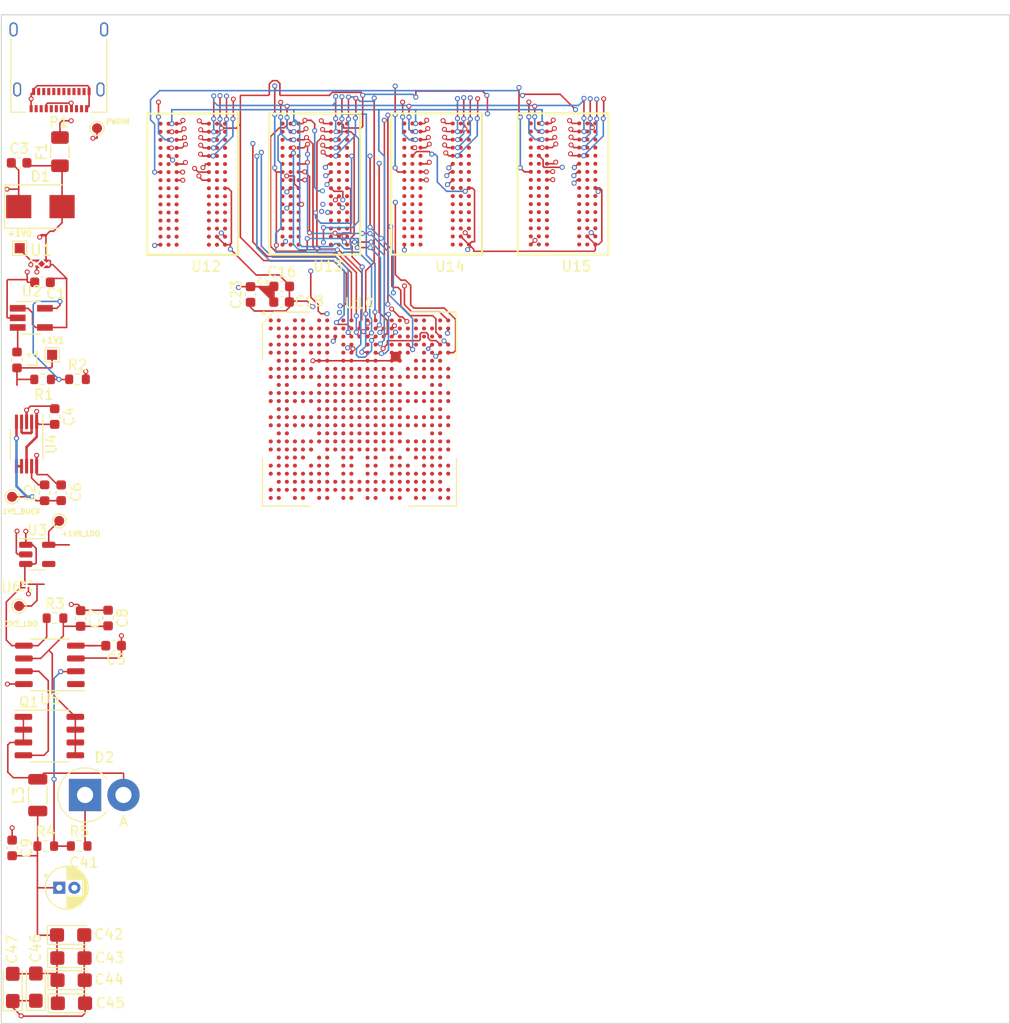
<source format=kicad_pcb>
(kicad_pcb (version 20220131) (generator pcbnew)
  (layers (0 "F.Cu" signal) (1 "In1.Cu" power) (2 "In2.Cu" power) (31 "B.Cu" signal) (34 "B.Paste" user) (35 "F.Paste" user) (36 "B.SilkS" user "B.Silkscreen") (37 "F.SilkS" user "F.Silkscreen") (38 "B.Mask" user) (39 "F.Mask" user) (44 "Edge.Cuts" user))
  (net 0 "")
  (net 1 "GND")
  (net 2 "+5V")
  (net 3 "PWRIN")
  (net 4 "+1V0")
  (net 5 "1V1FB")
  (net 6 "+1V5")
  (net 7 "+3V3")
  (footprint "Capacitor_SMD:C_0603_1608Metric" (layer "F.Cu") (at 97.52 81.01 90)
    (fp_text reference "C23")
    (fp_text value "C_0603_1608Metric" hide)
  )
  (footprint "Connector_USB:USB_C_Receptacle_Amphenol_12401610E4-2A" (layer "F.Cu") (at 78.51 57.57 180)
    (fp_text reference "P1")
    (fp_text value "USB_C_Receptacle_Amphenol_12401610E4-2A" hide)
  )
  (footprint "Capacitor_SMD:C_0603_1608Metric" (layer "F.Cu") (at 100.61 80.21)
    (fp_text reference "C16")
    (fp_text value "C_0603_1608Metric" hide)
  )
  (footprint "Capacitor_THT:CP_Radial_D4.0mm_P1.50mm" (layer "F.Cu") (at 78.55 139.83)
    (fp_text reference "C41")
    (fp_text value "CP_Radial_D4.0mm_P1.50mm" hide)
  )
  (footprint "TestPoint:TestPoint_Pad_D1.0mm" (layer "F.Cu") (at 73.87 101.07)
    (fp_text reference "1V5_BUCK")
    (fp_text value "TestPoint_Pad_D1.0mm" hide)
  )
  (footprint "Resistor_SMD:R_0603_1608Metric" (layer "F.Cu") (at 78.13 113.1)
    (fp_text reference "R3")
    (fp_text value "R_0603_1608Metric" hide)
  )
  (footprint "Lib:TFBGA453" (layer "F.Cu") (at 108.32 92.38)
    (fp_text reference "U10")
    (fp_text value "TFBGA453" hide)
  )
  (footprint "TestPoint:TestPoint_Pad_1.0x1.0mm" (layer "F.Cu") (at 74.63 76.42)
    (fp_text reference "+1V0")
    (fp_text value "TestPoint_Pad_1.0x1.0mm" hide)
  )
  (footprint "Package_SO:VSSOP-10_3x3mm_P0.5mm" (layer "F.Cu") (at 75.31 95.84 -90)
    (fp_text reference "U4")
    (fp_text value "VSSOP-10_3x3mm_P0.5mm" hide)
  )
  (footprint "Resistor_SMD:R_0603_1608Metric" (layer "F.Cu") (at 76.9 89.43)
    (fp_text reference "R1")
    (fp_text value "R_0603_1608Metric" hide)
  )
  (footprint "symbols:BGA96C80P6X16_900X1400X120" (layer "F.Cu") (at 91.79 70.08 180)
    (fp_text reference "U12")
    (fp_text value "BGA96C80P6X16_900X1400X120" hide)
  )
  (footprint "Capacitor_SMD:C_0603_1608Metric" (layer "F.Cu") (at 78.1 93.11 -90)
    (fp_text reference "C4")
    (fp_text value "C_0603_1608Metric" hide)
  )
  (footprint "Inductor_SMD:L_0603_1608Metric" (layer "F.Cu") (at 74.36 87.5 90)
    (fp_text reference "L1")
    (fp_text value "L_0603_1608Metric" hide)
  )
  (footprint "Capacitor_Tantalum_SMD:CP_EIA-3216-18_Kemet-A" (layer "F.Cu") (at 79.68 144.51)
    (fp_text reference "C42")
    (fp_text value "CP_EIA-3216-18_Kemet-A" hide)
  )
  (footprint "Inductor_SMD:L_1206_3216Metric" (layer "F.Cu") (at 76.42 130.65 90)
    (fp_text reference "L3")
    (fp_text value "L_1206_3216Metric" hide)
  )
  (footprint "Capacitor_SMD:C_0603_1608Metric" (layer "F.Cu") (at 100.6 81.76)
    (fp_text reference "C18")
    (fp_text value "C_0603_1608Metric" hide)
  )
  (footprint "symbols:BGA96C80P6X16_900X1400X120" (layer "F.Cu") (at 128.51 70.05 180)
    (fp_text reference "U15")
    (fp_text value "BGA96C80P6X16_900X1400X120" hide)
  )
  (footprint "TestPoint:TestPoint_Pad_D1.0mm" (layer "F.Cu") (at 82.3 64.53)
    (fp_text reference "PWRIN")
    (fp_text value "TestPoint_Pad_D1.0mm" hide)
  )
  (footprint "Diode_THT:D_DO-201AD_P3.81mm_Vertical_AnodeUp" (layer "F.Cu") (at 81.11 130.63)
    (fp_text reference "D2")
    (fp_text value "D_DO-201AD_P3.81mm_Vertical_AnodeUp" hide)
  )
  (footprint "Inductor_SMD:L_0603_1608Metric" (layer "F.Cu") (at 77.1 100.67 90)
    (fp_text reference "L2")
    (fp_text value "L_0603_1608Metric" hide)
  )
  (footprint "TestPoint:TestPoint_Pad_D1.0mm" (layer "F.Cu") (at 78.55 103.46)
    (fp_text reference "+1V8_LDO")
    (fp_text value "TestPoint_Pad_D1.0mm" hide)
  )
  (footprint "symbols:SUP_TPS3831L30DQNR" (layer "F.Cu") (at 76.8 77.97)
    (fp_text reference "U1")
    (fp_text value "SUP_TPS3831L30DQNR" hide)
  )
  (footprint "Capacitor_Tantalum_SMD:CP_EIA-3216-18_Kemet-A" (layer "F.Cu") (at 79.76 151.28)
    (fp_text reference "C45")
    (fp_text value "CP_EIA-3216-18_Kemet-A" hide)
  )
  (footprint "Capacitor_SMD:C_0603_1608Metric" (layer "F.Cu") (at 78.74 100.67 90)
    (fp_text reference "C6")
    (fp_text value "C_0603_1608Metric" hide)
  )
  (footprint "Capacitor_Tantalum_SMD:CP_EIA-3216-18_Kemet-A" (layer "F.Cu") (at 79.73 148.99)
    (fp_text reference "C44")
    (fp_text value "CP_EIA-3216-18_Kemet-A" hide)
  )
  (footprint "symbols:BGA96C80P6X16_900X1400X120" (layer "F.Cu") (at 103.89 70.07 180)
    (fp_text reference "U13")
    (fp_text value "BGA96C80P6X16_900X1400X120" hide)
  )
  (footprint "Capacitor_Tantalum_SMD:CP_EIA-3216-18_Kemet-A" (layer "F.Cu") (at 76.23 149.68 90)
    (fp_text reference "C46")
    (fp_text value "CP_EIA-3216-18_Kemet-A" hide)
  )
  (footprint "Resistor_SMD:R_0603_1608Metric" (layer "F.Cu") (at 80.36 89.42)
    (fp_text reference "R2")
    (fp_text value "R_0603_1608Metric" hide)
  )
  (footprint "TestPoint:TestPoint_Pad_D1.0mm" (layer "F.Cu") (at 74.56 111.9)
    (fp_text reference "3V3_LDO")
    (fp_text value "TestPoint_Pad_D1.0mm" hide)
  )
  (footprint "Lib:BGA-4_2x2_0.7x0.7mm" (layer "F.Cu") (at 75.32 109.91)
    (fp_text reference "U6")
    (fp_text value "BGA-4_2x2_0.7x0.7mm" hide)
  )
  (footprint "Resistor_SMD:R_0603_1608Metric" (layer "F.Cu") (at 80.53 135.69)
    (fp_text reference "R5")
    (fp_text value "R_0603_1608Metric" hide)
  )
  (footprint "Capacitor_SMD:C_0603_1608Metric" (layer "F.Cu") (at 73.88 135.88 -90)
    (fp_text reference "C9")
    (fp_text value "C_0603_1608Metric" hide)
  )
  (footprint "Capacitor_Tantalum_SMD:CP_EIA-3216-18_Kemet-A" (layer "F.Cu") (at 73.94 149.71 90)
    (fp_text reference "C47")
    (fp_text value "CP_EIA-3216-18_Kemet-A" hide)
  )
  (footprint "Diode_SMD:D_SMB" (layer "F.Cu") (at 76.68 72.3)
    (fp_text reference "D1")
    (fp_text value "D_SMB" hide)
  )
  (footprint "Capacitor_SMD:C_0603_1608Metric" (layer "F.Cu") (at 83.39 113.09 -90)
    (fp_text reference "C8")
    (fp_text value "C_0603_1608Metric" hide)
  )
  (footprint "TestPoint:TestPoint_Pad_1.0x1.0mm" (layer "F.Cu") (at 77.84 86.99)
    (fp_text reference "+1V1")
    (fp_text value "TestPoint_Pad_1.0x1.0mm" hide)
  )
  (footprint "Resistor_SMD:R_0603_1608Metric" (layer "F.Cu") (at 77.21 135.7)
    (fp_text reference "R4")
    (fp_text value "R_0603_1608Metric" hide)
  )
  (footprint "Package_TO_SOT_SMD:SOT-23-5" (layer "F.Cu") (at 76.37 106.78)
    (fp_text reference "U3")
    (fp_text value "SOT-23-5" hide)
  )
  (footprint "symbols:BGA96C80P6X16_900X1400X120" (layer "F.Cu") (at 115.97 70.06 180)
    (fp_text reference "U14")
    (fp_text value "BGA96C80P6X16_900X1400X120" hide)
  )
  (footprint "Capacitor_Tantalum_SMD:CP_EIA-3216-18_Kemet-A" (layer "F.Cu") (at 79.71 146.8)
    (fp_text reference "C43")
    (fp_text value "CP_EIA-3216-18_Kemet-A" hide)
  )
  (footprint "Capacitor_SMD:C_0603_1608Metric" (layer "F.Cu") (at 80.67 113.13 -90)
    (fp_text reference "C7")
    (fp_text value "C_0603_1608Metric" hide)
  )
  (footprint "Package_TO_SOT_SMD:SOT-23-5_HandSoldering" (layer "F.Cu") (at 75.78 83.33)
    (fp_text reference "U2")
    (fp_text value "SOT-23-5_HandSoldering" hide)
  )
  (footprint "Package_SO:SO-8_3.9x4.9mm_P1.27mm" (layer "F.Cu") (at 77.57 124.79)
    (fp_text reference "Q1")
    (fp_text value "SO-8_3.9x4.9mm_P1.27mm" hide)
  )
  (footprint "Capacitor_SMD:C_0603_1608Metric" (layer "F.Cu") (at 83.94 115.83)
    (fp_text reference "C5")
    (fp_text value "C_0603_1608Metric" hide)
  )
  (footprint "Fuse:Fuse_1206_3216Metric" (layer "F.Cu") (at 78.62 66.85 90)
    (fp_text reference "F1")
    (fp_text value "Fuse_1206_3216Metric" hide)
  )
  (footprint "Capacitor_SMD:C_0603_1608Metric" (layer "F.Cu") (at 74.57 67.96)
    (fp_text reference "C3")
    (fp_text value "C_0603_1608Metric" hide)
  )
  (footprint "Capacitor_SMD:C_0603_1608Metric" (layer "F.Cu") (at 76.89 79.8)
    (fp_text reference "C1")
    (fp_text value "C_0603_1608Metric" hide)
  )
  (footprint "Package_SO:SO-8_3.9x4.9mm_P1.27mm" (layer "F.Cu") (at 77.62 117.73 180)
    (fp_text reference "U5")
    (fp_text value "SO-8_3.9x4.9mm_P1.27mm" hide)
  )
  (gr_rect (start 72.81 53.28) (end 172.79 153.28) (stroke (width 0.1)) (fill none) (layer "Edge.Cuts"))
  (gr_text "Cu" (at 98.73 79.7) (layer "F.SilkS") (effects (font (size 0.6 0.6))))
  (segment (start 99.99 76.72) (end 102.96 76.72) (width 0.154) (layer "F.Cu") (net 0))
  (segment (start 74 128.92) (end 76.265 128.92) (width 0.154) (layer "F.Cu") (net 0))
  (segment (start 101.14 63.48) (end 101.14 64.21) (width 0.154) (layer "F.Cu") (net 0))
  (segment (start 109.78 77.82) (end 108.94 78.66) (width 0.154) (layer "F.Cu") (net 0))
  (segment (start 101.1 69.26) (end 101.08 69.26) (width 0.154) (layer "F.Cu") (net 0))
  (segment (start 130.58 63.545) (end 130.58 61.575) (width 0.154) (layer "F.Cu") (net 0))
  (segment (start 126.11 66.45) (end 126.43 66.45) (width 0.154) (layer "F.Cu") (net 0))
  (segment (start 77.46 119.3) (end 76.525 118.365) (width 0.154) (layer "F.Cu") (net 0))
  (segment (start 130.11 64.05) (end 129.43 64.05) (width 0.154) (layer "F.Cu") (net 0))
  (segment (start 120.955 61.275) (end 121.01 61.33) (width 0.154) (layer "F.Cu") (net 0))
  (segment (start 90.19 66.48) (end 90.71 66.48) (width 0.154) (layer "F.Cu") (net 0))
  (segment (start 89.39 65.68) (end 89.69 65.68) (width 0.154) (layer "F.Cu") (net 0))
  (segment (start 110.97 84.93) (end 110.72 85.18) (width 0.154) (layer "F.Cu") (net 0))
  (segment (start 75.81 94.67) (end 75.73 94.75) (width 0.25) (layer "F.Cu") (net 0))
  (segment (start 107.01 81.88) (end 106.75 82.14) (width 0.154) (layer "F.Cu") (net 0))
  (segment (start 105.08 67.27) (end 104.71 66.9) (width 0.154) (layer "F.Cu") (net 0))
  (segment (start 117.86 83.49) (end 117.86 86.56) (width 0.154) (layer "F.Cu") (net 0))
  (segment (start 115.97 87.13) (end 116.32 86.78) (width 0.154) (layer "F.Cu") (net 0))
  (segment (start 105.49 70.47) (end 105.8 70.78) (width 0.154) (layer "F.Cu") (net 0))
  (segment (start 102.89 68.85) (end 103.37 69.33) (width 0.154) (layer "F.Cu") (net 0))
  (segment (start 92.71 64.08) (end 92.43 63.8) (width 0.154) (layer "F.Cu") (net 0))
  (segment (start 114.93 65.66) (end 115.15 65.44) (width 0.154) (layer "F.Cu") (net 0))
  (segment (start 107.41 75.49) (end 107.41 76.06) (width 0.154) (layer "F.Cu") (net 0))
  (segment (start 103.07 65.45) (end 103.71 66.09) (width 0.154) (layer "F.Cu") (net 0))
  (segment (start 117.17 67.26) (end 116.88 66.97) (width 0.154) (layer "F.Cu") (net 0))
  (segment (start 106.29 64.065) (end 106.59 64.065) (width 0.154) (layer "F.Cu") (net 0))
  (segment (start 88.59 68.88) (end 88.01 68.88) (width 0.154) (layer "F.Cu") (net 0))
  (segment (start 116.75 85.61) (end 117.12 85.98) (width 0.154) (layer "F.Cu") (net 0))
  (segment (start 102.91 63.84) (end 102.91 63.74) (width 0.154) (layer "F.Cu") (net 0))
  (segment (start 112.14 68.87) (end 111.86 68.59) (width 0.154) (layer "F.Cu") (net 0))
  (segment (start 111.08 84.93) (end 110.97 84.93) (width 0.154) (layer "F.Cu") (net 0))
  (segment (start 77.025 128.47) (end 76.42 129.075) (width 0.154) (layer "F.Cu") (net 0))
  (segment (start 74.91 94.75) (end 74.81 94.65) (width 0.25) (layer "F.Cu") (net 0))
  (segment (start 100.08 68.87) (end 99.92 68.71) (width 0.154) (layer "F.Cu") (net 0))
  (segment (start 93.87 65.68) (end 93.82 65.68) (width 0.154) (layer "F.Cu") (net 0))
  (segment (start 111.86 68.59) (end 111.86 68.46) (width 0.154) (layer "F.Cu") (net 0))
  (segment (start 118.37 64.86) (end 118.04 64.86) (width 0.154) (layer "F.Cu") (net 0))
  (segment (start 107.23 63.625) (end 107.23 61.43) (width 0.154) (layer "F.Cu") (net 0))
  (segment (start 110.39 85.91) (end 109.99 85.91) (width 0.154) (layer "F.Cu") (net 0))
  (segment (start 89.39 64.08) (end 89.71 64.08) (width 0.154) (layer "F.Cu") (net 0))
  (segment (start 77.5075 105.83) (end 77.5075 104.8625) (width 0.154) (layer "F.Cu") (net 0))
  (segment (start 84.93 128.52) (end 84.88 128.47) (width 0.154) (layer "F.Cu") (net 0))
  (segment (start 127.3 64.05) (end 127.53 63.82) (width 0.154) (layer "F.Cu") (net 0))
  (segment (start 81.42 115.83) (end 81.415 115.825) (width 0.154) (layer "F.Cu") (net 0))
  (segment (start 100.66 68.87) (end 100.08 68.87) (width 0.154) (layer "F.Cu") (net 0))
  (segment (start 130.11 67.25) (end 129.43 67.25) (width 0.154) (layer "F.Cu") (net 0))
  (segment (start 80.16 118.4) (end 80.195 118.365) (width 0.154) (layer "F.Cu") (net 0))
  (segment (start 102.91 63.74) (end 103.53 63.74) (width 0.154) (layer "F.Cu") (net 0))
  (segment (start 104.81 64.07) (end 104.53 63.79) (width 0.154) (layer "F.Cu") (net 0))
  (segment (start 121.01 61.33) (end 121.01 63.09) (width 0.154) (layer "F.Cu") (net 0))
  (segment (start 106.75 82.14) (end 106.4 82.14) (width 0.154) (layer "F.Cu") (net 0))
  (segment (start 111.53 80.18) (end 111.66 80.31) (width 0.154) (layer "F.Cu") (net 0))
  (segment (start 80.145 122.885) (end 77.86 120.6) (width 0.154) (layer "F.Cu") (net 0))
  (segment (start 114.99 63.83) (end 114.99 63.73) (width 0.154) (layer "F.Cu") (net 0))
  (segment (start 127.34 64.85) (end 127.64 64.55) (width 0.154) (layer "F.Cu") (net 0))
  (segment (start 111.08 85.61) (end 111.1 85.59) (width 0.154) (layer "F.Cu") (net 0))
  (segment (start 114.34 85.48) (end 114.34 84.93) (width 0.154) (layer "F.Cu") (net 0))
  (segment (start 74.995 126.695) (end 77.035 126.695) (width 0.154) (layer "F.Cu") (net 0))
  (segment (start 120.53 60.85) (end 113.91 60.85) (width 0.154) (layer "F.Cu") (net 0))
  (segment (start 115.08 68.06) (end 115.24 67.9) (width 0.154) (layer "F.Cu") (net 0))
  (segment (start 114.34 84.93) (end 114.48 84.79) (width 0.154) (layer "F.Cu") (net 0))
  (segment (start 116.73 82.36) (end 117.86 83.49) (width 0.154) (layer "F.Cu") (net 0))
  (segment (start 126.88 69.63) (end 127.49 69.63) (width 0.154) (layer "F.Cu") (net 0))
  (segment (start 90.19 68.88) (end 90.79 68.88) (width 0.154) (layer "F.Cu") (net 0))
  (segment (start 124.6 61.16) (end 124.485 61.275) (width 0.154) (layer "F.Cu") (net 0))
  (segment (start 90.19 68.08) (end 90.9 68.08) (width 0.154) (layer "F.Cu") (net 0))
  (segment (start 106.29 66.47) (end 105.96 66.47) (width 0.154) (layer "F.Cu") (net 0))
  (segment (start 129.43 67.25) (end 129.25 67.07) (width 0.154) (layer "F.Cu") (net 0))
  (segment (start 115.13 84.98) (end 115.13 85.34) (width 0.154) (layer "F.Cu") (net 0))
  (segment (start 109.12 83.84) (end 109.15 83.87) (width 0.154) (layer "F.Cu") (net 0))
  (segment (start 94.19 66.48) (end 93.85 66.48) (width 0.154) (layer "F.Cu") (net 0))
  (segment (start 90.81 63.85) (end 90.81 63.75) (width 0.154) (layer "F.Cu") (net 0))
  (segment (start 114.8 64.86) (end 115.1 64.56) (width 0.154) (layer "F.Cu") (net 0))
  (segment (start 77.86 116.63) (end 77.515 116.285) (width 0.154) (layer "F.Cu") (net 0))
  (segment (start 107.67 86.39) (end 107.67 86.63) (width 0.154) (layer "F.Cu") (net 0))
  (segment (start 125.7 62.35) (end 125.7 63.39) (width 0.154) (layer "F.Cu") (net 0))
  (segment (start 117.12 84.38) (end 117.12 84.78) (width 0.154) (layer "F.Cu") (net 0))
  (segment (start 90.19 69.68) (end 90.8 69.68) (width 0.154) (layer "F.Cu") (net 0))
  (segment (start 111.66 80.31) (end 112.13 80.31) (width 0.154) (layer "F.Cu") (net 0))
  (segment (start 113.23 62.35) (end 113.23 63.43) (width 0.154) (layer "F.Cu") (net 0))
  (segment (start 118.56 64.06) (end 118.77 64.27) (width 0.154) (layer "F.Cu") (net 0))
  (segment (start 106.74 64.215) (end 106.74 64.505) (width 0.154) (layer "F.Cu") (net 0))
  (segment (start 114.76 64.06) (end 114.99 63.83) (width 0.154) (layer "F.Cu") (net 0))
  (segment (start 113.59 86.45) (end 113.12 85.98) (width 0.154) (layer "F.Cu") (net 0))
  (segment (start 107.79 65.2) (end 107.79 75.08) (width 0.154) (layer "F.Cu") (net 0))
  (segment (start 107.2 86.3) (end 107.52 85.98) (width 0.154) (layer "F.Cu") (net 0))
  (segment (start 109.48 84.82) (end 109.12 85.18) (width 0.154) (layer "F.Cu") (net 0))
  (segment (start 100.14 59.81) (end 99.71 59.81) (width 0.154) (layer "F.Cu") (net 0))
  (segment (start 102.68 64.07) (end 102.91 63.84) (width 0.154) (layer "F.Cu") (net 0))
  (segment (start 126.88 68.83) (end 127.48 68.83) (width 0.154) (layer "F.Cu") (net 0))
  (segment (start 128.22 61.16) (end 124.6 61.16) (width 0.154) (layer "F.Cu") (net 0))
  (segment (start 118.37 66.46) (end 118.05 66.46) (width 0.154) (layer "F.Cu") (net 0))
  (segment (start 93.39 65.68) (end 92.82 65.68) (width 0.154) (layer "F.Cu") (net 0))
  (segment (start 115.38 85.59) (end 115.93 85.59) (width 0.154) (layer "F.Cu") (net 0))
  (segment (start 102.29 70.47) (end 101.86 70.04) (width 0.154) (layer "F.Cu") (net 0))
  (segment (start 127.47 65.65) (end 127.69 65.43) (width 0.154) (layer "F.Cu") (net 0))
  (segment (start 113.57 65.66) (end 113.87 65.66) (width 0.154) (layer "F.Cu") (net 0))
  (segment (start 74.36 88.2875) (end 74.36 89.49) (width 0.154) (layer "F.Cu") (net 0))
  (segment (start 117.35 68.86) (end 116.98 69.23) (width 0.154) (layer "F.Cu") (net 0))
  (segment (start 108.01 78.84) (end 108.01 83.14) (width 0.154) (layer "F.Cu") (net 0))
  (segment (start 108.55 78.86) (end 108.55 83.52) (width 0.154) (layer "F.Cu") (net 0))
  (segment (start 105.91 77.23) (end 107.52 78.84) (width 0.154) (layer "F.Cu") (net 0))
  (segment (start 127.43 66.45) (end 127.79 66.09) (width 0.154) (layer "F.Cu") (net 0))
  (segment (start 132.54 63.53) (end 132.54 61.61) (width 0.154) (layer "F.Cu") (net 0))
  (segment (start 92.74 67.28) (end 92.56 67.1) (width 0.154) (layer "F.Cu") (net 0))
  (segment (start 117.57 68.06) (end 117.57 68.07) (width 0.154) (layer "F.Cu") (net 0))
  (segment (start 118.66 63.59) (end 118.66 61.5) (width 0.154) (layer "F.Cu") (net 0))
  (segment (start 99.71 59.81) (end 99.38 60.14) (width 0.154) (layer "F.Cu") (net 0))
  (segment (start 118.37 65.66) (end 118.05 65.66) (width 0.154) (layer "F.Cu") (net 0))
  (segment (start 126.11 64.85) (end 126.43 64.85) (width 0.154) (layer "F.Cu") (net 0))
  (segment (start 94.49 63.625) (end 94.49 61.3) (width 0.154) (layer "F.Cu") (net 0))
  (segment (start 117.57 66.46) (end 117.03 66.46) (width 0.154) (layer "F.Cu") (net 0))
  (segment (start 109.37 67.29) (end 109.37 74.34) (width 0.154) (layer "F.Cu") (net 0))
  (segment (start 100.51 63.43) (end 100.51 61.96) (width 0.154) (layer "F.Cu") (net 0))
  (segment (start 76.705 117.095) (end 75.045 117.095) (width 0.154) (layer "F.Cu") (net 0))
  (segment (start 105.49 65.67) (end 104.92 65.67) (width 0.154) (layer "F.Cu") (net 0))
  (segment (start 112.78 80.16) (end 112.78 82.02) (width 0.154) (layer "F.Cu") (net 0))
  (segment (start 93.39 68.88) (end 92.68 68.88) (width 0.154) (layer "F.Cu") (net 0))
  (segment (start 114.48 84.79) (end 114.94 84.79) (width 0.154) (layer "F.Cu") (net 0))
  (segment (start 101.49 65.67) (end 101.79 65.67) (width 0.154) (layer "F.Cu") (net 0))
  (segment (start 113.72 82.36) (end 116.73 82.36) (width 0.154) (layer "F.Cu") (net 0))
  (segment (start 126.91 64.05) (end 127.3 64.05) (width 0.154) (layer "F.Cu") (net 0))
  (segment (start 111.43 74.28) (end 111.48 74.28) (width 0.154) (layer "F.Cu") (net 0))
  (segment (start 77.84 88.18) (end 77.7325 88.2875) (width 0.154) (layer "F.Cu") (net 0))
  (segment (start 120.955 61.275) (end 120.53 60.85) (width 0.154) (layer "F.Cu") (net 0))
  (segment (start 100.86 64.49) (end 100.37 64.49) (width 0.154) (layer "F.Cu") (net 0))
  (segment (start 113.57 64.06) (end 113.89 64.06) (width 0.154) (layer "F.Cu") (net 0))
  (segment (start 108.55 83.52) (end 108.32 83.75) (width 0.154) (layer "F.Cu") (net 0))
  (segment (start 112.42 82.16) (end 113.37 83.11) (width 0.154) (layer "F.Cu") (net 0))
  (segment (start 113.4 80.12) (end 113.4 82.04) (width 0.154) (layer "F.Cu") (net 0))
  (segment (start 131.41 64.185) (end 131.41 64.475) (width 0.154) (layer "F.Cu") (net 0))
  (segment (start 96.51 75.33) (end 98.83 77.65) (width 0.154) (layer "F.Cu") (net 0))
  (segment (start 103.37 69.33) (end 103.37 74.9) (width 0.154) (layer "F.Cu") (net 0))
  (segment (start 116.25 82.73) (end 116.77 83.25) (width 0.154) (layer "F.Cu") (net 0))
  (segment (start 114.94 84.79) (end 115.13 84.98) (width 0.154) (layer "F.Cu") (net 0))
  (segment (start 116.77 83.25) (end 116.79 83.25) (width 0.154) (layer "F.Cu") (net 0))
  (segment (start 101.86 70.04) (end 101.86 69.28) (width 0.154) (layer "F.Cu") (net 0))
  (segment (start 118.05 65.66) (end 118 65.66) (width 0.154) (layer "F.Cu") (net 0))
  (segment (start 112.43 79.59) (end 112.87 79.59) (width 0.154) (layer "F.Cu") (net 0))
  (segment (start 80.67 113.905) (end 78.975 113.905) (width 0.154) (layer "F.Cu") (net 0))
  (segment (start 93.39 67.28) (end 92.74 67.28) (width 0.154) (layer "F.Cu") (net 0))
  (segment (start 113.91 60.85) (end 113.91 61.44) (width 0.154) (layer "F.Cu") (net 0))
  (segment (start 93.85 66.48) (end 93.82 66.48) (width 0.154) (layer "F.Cu") (net 0))
  (segment (start 102.85 65.67) (end 103.07 65.45) (width 0.154) (layer "F.Cu") (net 0))
  (segment (start 78.035 135.7) (end 78.035 129.065) (width 0.154) (layer "F.Cu") (net 0))
  (segment (start 103.49 81.2754) (end 104.226511 82.011911) (width 0.154) (layer "F.Cu") (net 0))
  (segment (start 103.17 66.11) (end 103.17 67.11) (width 0.154) (layer "F.Cu") (net 0))
  (segment (start 83.35 113.905) (end 83.39 113.865) (width 0.154) (layer "F.Cu") (net 0))
  (segment (start 77.515 116.285) (end 76.705 117.095) (width 0.154) (layer "F.Cu") (net 0))
  (segment (start 111.48 74.28) (end 111.53 74.33) (width 0.154) (layer "F.Cu") (net 0))
  (segment (start 73.45 125.67) (end 73.45 128.37) (width 0.154) (layer "F.Cu") (net 0))
  (segment (start 112.57 83.23) (end 113.02 83.68) (width 0.154) (layer "F.Cu") (net 0))
  (segment (start 117.57 67.26) (end 117.17 67.26) (width 0.154) (layer "F.Cu") (net 0))
  (segment (start 117.57 65.66) (end 117 65.66) (width 0.154) (layer "F.Cu") (net 0))
  (segment (start 106.58 63.605) (end 106.58 61.4) (width 0.154) (layer "F.Cu") (net 0))
  (segment (start 109.07 86.73) (end 109.12 86.78) (width 0.154) (layer "F.Cu") (net 0))
  (segment (start 89.39 66.48) (end 89.67 66.48) (width 0.154) (layer "F.Cu") (net 0))
  (segment (start 90.75 65.68) (end 90.97 65.46) (width 0.154) (layer "F.Cu") (net 0))
  (segment (start 108.81 84.69) (end 109.12 84.38) (width 0.154) (layer "F.Cu") (net 0))
  (segment (start 129.96 68.85) (end 129.58 69.23) (width 0.154) (layer "F.Cu") (net 0))
  (segment (start 117.57 64.86) (end 116.96 64.86) (width 0.154) (layer "F.Cu") (net 0))
  (segment (start 93.04 68.08) (end 93.04 68.19) (width 0.154) (layer "F.Cu") (net 0))
  (segment (start 114.35 69.65) (end 114.96 69.65) (width 0.154) (layer "F.Cu") (net 0))
  (segment (start 105.95 65.67) (end 105.92 65.67) (width 0.154) (layer "F.Cu") (net 0))
  (segment (start 88.39 63.41) (end 88.39 61.94) (width 0.154) (layer "F.Cu") (net 0))
  (segment (start 118.37 67.26) (end 118.03 67.26) (width 0.154) (layer "F.Cu") (net 0))
  (segment (start 112.13 80.31) (end 112.42 80.6) (width 0.154) (layer "F.Cu") (net 0))
  (segment (start 74.36 86.7125) (end 74.43 86.6425) (width 0.154) (layer "F.Cu") (net 0))
  (segment (start 105.49 64.07) (end 104.81 64.07) (width 0.154) (layer "F.Cu") (net 0))
  (segment (start 130 68.05) (end 129.63 68.42) (width 0.154) (layer "F.Cu") (net 0))
  (segment (start 129.43 64.05) (end 129.15 63.77) (width 0.154) (layer "F.Cu") (net 0))
  (segment (start 106.2 76.51) (end 108.55 78.86) (width 0.154) (layer "F.Cu") (net 0))
  (segment (start 94.49 64.08) (end 94.64 64.23) (width 0.154) (layer "F.Cu") (net 0))
  (segment (start 102.81 66.47) (end 103.17 66.11) (width 0.154) (layer "F.Cu") (net 0))
  (segment (start 129.57 66.45) (end 129.3 66.18) (width 0.154) (layer "F.Cu") (net 0))
  (segment (start 130.91 64.85) (end 130.58 64.85) (width 0.154) (layer "F.Cu") (net 0))
  (segment (start 111.88 71.87) (end 111.88 79.04) (width 0.154) (layer "F.Cu") (net 0))
  (segment (start 130.59 65.65) (end 130.54 65.65) (width 0.154) (layer "F.Cu") (net 0))
  (segment (start 105.92 85.18) (end 105.92 85.44) (width 0.154) (layer "F.Cu") (net 0))
  (segment (start 113.57 66.46) (end 113.81 66.46) (width 0.154) (layer "F.Cu") (net 0))
  (segment (start 107.59 77.28) (end 108.59 78.28) (width 0.154) (layer "F.Cu") (net 0))
  (segment (start 106.29 65.67) (end 105.95 65.67) (width 0.154) (layer "F.Cu") (net 0))
  (segment (start 109.86 82.75) (end 109.86 83.52) (width 0.154) (layer "F.Cu") (net 0))
  (segment (start 111.86 63.18) (end 111.86 60.35) (width 0.154) (layer "F.Cu") (net 0))
  (segment (start 77.035 126.695) (end 77.46 126.27) (width 0.154) (layer "F.Cu") (net 0))
  (segment (start 76.075 89.43) (end 74.42 89.43) (width 0.154) (layer "F.Cu") (net 0))
  (segment (start 76.345 111.335) (end 75.78 111.9) (width 0.154) (layer "F.Cu") (net 0))
  (segment (start 104.49 82.92) (end 105.1 82.92) (width 0.154) (layer "F.Cu") (net 0))
  (segment (start 94.19 65.68) (end 93.87 65.68) (width 0.154) (layer "F.Cu") (net 0))
  (segment (start 107.52 78.84) (end 107.52 83.58) (width 0.154) (layer "F.Cu") (net 0))
  (segment (start 107.41 76.06) (end 107.59 76.24) (width 0.154) (layer "F.Cu") (net 0))
  (segment (start 103.71 76.3) (end 104.26 76.85) (width 0.154) (layer "F.Cu") (net 0))
  (segment (start 78.035 135.7) (end 79.695 135.7) (width 0.154) (layer "F.Cu") (net 0))
  (segment (start 104.26 76.85) (end 106.02 76.85) (width 0.154) (layer "F.Cu") (net 0))
  (segment (start 108.64 61.25) (end 108.57 61.25) (width 0.154) (layer "F.Cu") (net 0))
  (segment (start 103.37 74.9) (end 103.37 74.91) (width 0.154) (layer "F.Cu") (net 0))
  (segment (start 84.93 130.62) (end 84.93 128.52) (width 0.154) (layer "F.Cu") (net 0))
  (segment (start 78.955 113.885) (end 78.955 114.845) (width 0.154) (layer "F.Cu") (net 0))
  (segment (start 109.52 84.82) (end 109.48 84.82) (width 0.154) (layer "F.Cu") (net 0))
  (segment (start 130.11 68.85) (end 129.96 68.85) (width 0.154) (layer "F.Cu") (net 0))
  (segment (start 102.29 65.67) (end 102.85 65.67) (width 0.154) (layer "F.Cu") (net 0))
  (segment (start 113.49 82.73) (end 116.25 82.73) (width 0.154) (layer "F.Cu") (net 0))
  (segment (start 115.52 85.98) (end 115.12 86.38) (width 0.154) (layer "F.Cu") (net 0))
  (segment (start 99.92 63.17) (end 99.92 60.34) (width 0.154) (layer "F.Cu") (net 0))
  (segment (start 96.51 61.31) (end 96.51 64.12) (width 0.154) (layer "F.Cu") (net 0))
  (segment (start 109.78 61.54) (end 109.78 77.82) (width 0.154) (layer "F.Cu") (net 0))
  (segment (start 111.08 83.6) (end 111.08 84.93) (width 0.154) (layer "F.Cu") (net 0))
  (segment (start 115.88 87.13) (end 115.97 87.13) (width 0.154) (layer "F.Cu") (net 0))
  (segment (start 116.7 85.61) (end 116.75 85.61) (width 0.154) (layer "F.Cu") (net 0))
  (segment (start 73.45 128.37) (end 74 128.92) (width 0.154) (layer "F.Cu") (net 0))
  (segment (start 106.04 83.79) (end 106.23 83.98) (width 0.154) (layer "F.Cu") (net 0))
  (segment (start 115.13 85.34) (end 115.38 85.59) (width 0.154) (layer "F.Cu") (net 0))
  (segment (start 95.81 63.56) (end 95.81 61.64) (width 0.154) (layer "F.Cu") (net 0))
  (segment (start 74.995 125.425) (end 73.695 125.425) (width 0.154) (layer "F.Cu") (net 0))
  (segment (start 90.71 66.48) (end 91.07 66.12) (width 0.154) (layer "F.Cu") (net 0))
  (segment (start 81.415 115.825) (end 82.055 115.825) (width 0.154) (layer "F.Cu") (net 0))
  (segment (start 114.37 66.46) (end 114.89 66.46) (width 0.154) (layer "F.Cu") (net 0))
  (segment (start 105.99 64.87) (end 105.9 64.87) (width 0.154) (layer "F.Cu") (net 0))
  (segment (start 118.04 63.56) (end 118.04 61.59) (width 0.154) (layer "F.Cu") (net 0))
  (segment (start 108.94 82.93) (end 108.94 83.08) (width 0.154) (layer "F.Cu") (net 0))
  (segment (start 111.9 84.8) (end 111.52 85.18) (width 0.154) (layer "F.Cu") (net 0))
  (segment (start 92.68 68.88) (end 92.34 68.88) (width 0.154) (layer "F.Cu") (net 0))
  (segment (start 111.1 85.59) (end 114.23 85.59) (width 0.154) (layer "F.Cu") (net 0))
  (segment (start 112.42 80.6) (end 112.42 82.16) (width 0.154) (layer "F.Cu") (net 0))
  (segment (start 75.81 93.64) (end 75.81 94.67) (width 0.25) (layer "F.Cu") (net 0))
  (segment (start 109.99 85.91) (end 109.92 85.98) (width 0.154) (layer "F.Cu") (net 0))
  (segment (start 106.63 70.78) (end 106.67 70.82) (width 0.154) (layer "F.Cu") (net 0))
  (segment (start 109.37 74.34) (end 109.37 74.35) (width 0.154) (layer "F.Cu") (net 0))
  (segment (start 124.67 68.85) (end 124.27 68.45) (width 0.154) (layer "F.Cu") (net 0))
  (segment (start 110.35 84.75) (end 110.72 84.38) (width 0.154) (layer "F.Cu") (net 0))
  (segment (start 74.81 94.65) (end 74.81 93.64) (width 0.25) (layer "F.Cu") (net 0))
  (segment (start 112.78 82.02) (end 113.49 82.73) (width 0.154) (layer "F.Cu") (net 0))
  (segment (start 117.57 64.06) (end 116.89 64.06) (width 0.154) (layer "F.Cu") (net 0))
  (segment (start 111.53 74.33) (end 111.53 80.18) (width 0.154) (layer "F.Cu") (net 0))
  (segment (start 94.19 64.08) (end 94.49 64.08) (width 0.154) (layer "F.Cu") (net 0))
  (segment (start 105.8 70.78) (end 106.63 70.78) (width 0.154) (layer "F.Cu") (net 0))
  (segment (start 102.29 66.47) (end 102.81 66.47) (width 0.154) (layer "F.Cu") (net 0))
  (segment (start 80.67 113.905) (end 83.35 113.905) (width 0.154) (layer "F.Cu") (net 0))
  (segment (start 110.79 63.74) (end 110.79 82.82) (width 0.154) (layer "F.Cu") (net 0))
  (segment (start 84.92 130.63) (end 84.93 130.62) (width 0.154) (layer "F.Cu") (net 0))
  (segment (start 131.2 63.575) (end 131.2 61.605) (width 0.154) (layer "F.Cu") (net 0))
  (segment (start 113.57 64.86) (end 113.89 64.86) (width 0.154) (layer "F.Cu") (net 0))
  (segment (start 112.87 79.59) (end 113.4 80.12) (width 0.154) (layer "F.Cu") (net 0))
  (segment (start 124.485 61.275) (end 124.46 61.3) (width 0.154) (layer "F.Cu") (net 0))
  (segment (start 107.52 85.1) (end 107.19 84.77) (width 0.154) (layer "F.Cu") (net 0))
  (segment (start 108.01 84.75) (end 108.01 84.87) (width 0.154) (layer "F.Cu") (net 0))
  (segment (start 115.93 85.59) (end 116.32 85.98) (width 0.154) (layer "F.Cu") (net 0))
  (segment (start 105.63 60.97) (end 105.33 61.27) (width 0.154) (layer "F.Cu") (net 0))
  (segment (start 75.81 99.21) (end 76.4825 99.8825) (width 0.154) (layer "F.Cu") (net 0))
  (segment (start 110.27 82.79) (end 111.08 83.6) (width 0.154) (layer "F.Cu") (net 0))
  (segment (start 129.74 62.68) (end 128.22 61.16) (width 0.154) (layer "F.Cu") (net 0))
  (segment (start 102.29 69.65) (end 102.9 69.65) (width 0.154) (layer "F.Cu") (net 0))
  (segment (start 104.68 65.43) (end 104.58 65.43) (width 0.154) (layer "F.Cu") (net 0))
  (segment (start 99.38 61.17) (end 99.28 61.27) (width 0.154) (layer "F.Cu") (net 0))
  (segment (start 102.29 68.07) (end 103 68.07) (width 0.154) (layer "F.Cu") (net 0))
  (segment (start 110.35 84.77) (end 110.35 84.75) (width 0.154) (layer "F.Cu") (net 0))
  (segment (start 105.49 72.87) (end 105.17 72.87) (width 0.154) (layer "F.Cu") (net 0))
  (segment (start 100.43 61.21) (end 100.43 60.1) (width 0.154) (layer "F.Cu") (net 0))
  (segment (start 93.39 66.48) (end 92.85 66.48) (width 0.154) (layer "F.Cu") (net 0))
  (segment (start 111.14 81.99) (end 111.14 63.23) (width 0.154) (layer "F.Cu") (net 0))
  (segment (start 94.19 64.88) (end 93.86 64.88) (width 0.154) (layer "F.Cu") (net 0))
  (segment (start 93.39 64.08) (end 92.71 64.08) (width 0.154) (layer "F.Cu") (net 0))
  (segment (start 104.88 64.87) (end 104.66 64.65) (width 0.154) (layer "F.Cu") (net 0))
  (segment (start 77.86 120.6) (end 77.86 116.63) (width 0.154) (layer "F.Cu") (net 0))
  (segment (start 126.91 66.45) (end 127.43 66.45) (width 0.154) (layer "F.Cu") (net 0))
  (segment (start 125.12 63.4) (end 125.12 61.93) (width 0.154) (layer "F.Cu") (net 0))
  (segment (start 107.67 86.63) (end 107.52 86.78) (width 0.154) (layer "F.Cu") (net 0))
  (segment (start 129.54 65.65) (end 129.3 65.41) (width 0.154) (layer "F.Cu") (net 0))
  (segment (start 114.35 68.85) (end 114.95 68.85) (width 0.154) (layer "F.Cu") (net 0))
  (segment (start 106.67 70.82) (end 106.67 71.63) (width 0.154) (layer "F.Cu") (net 0))
  (segment (start 103.53 63.74) (end 103.88 64.09) (width 0.154) (layer "F.Cu") (net 0))
  (segment (start 101.49 64.07) (end 101.81 64.07) (width 0.154) (layer "F.Cu") (net 0))
  (segment (start 103.49 78.69) (end 103.49 81.2754) (width 0.154) (layer "F.Cu") (net 0))
  (segment (start 93.39 64.88) (end 92.78 64.88) (width 0.154) (layer "F.Cu") (net 0))
  (segment (start 112.29 83.23) (end 112.57 83.23) (width 0.154) (layer "F.Cu") (net 0))
  (segment (start 106.23 83.98) (end 107.12 83.98) (width 0.154) (layer "F.Cu") (net 0))
  (segment (start 78.955 114.845) (end 77.515 116.285) (width 0.154) (layer "F.Cu") (net 0))
  (segment (start 125.25 68.85) (end 124.67 68.85) (width 0.154) (layer "F.Cu") (net 0))
  (segment (start 104.95 66.47) (end 104.68 66.2) (width 0.154) (layer "F.Cu") (net 0))
  (segment (start 130.11 64.85) (end 129.5 64.85) (width 0.154) (layer "F.Cu") (net 0))
  (segment (start 77.46 126.27) (end 77.46 119.3) (width 0.154) (layer "F.Cu") (net 0))
  (segment (start 110.49 86.86) (end 110 86.86) (width 0.154) (layer "F.Cu") (net 0))
  (segment (start 130.91 67.25) (end 130.55 67.25) (width 0.154) (layer "F.Cu") (net 0))
  (segment (start 95.14 63.645) (end 95.14 61.34) (width 0.154) (layer "F.Cu") (net 0))
  (segment (start 80.195 115.825) (end 81.415 115.825) (width 0.154) (layer "F.Cu") (net 0))
  (segment (start 111.52 84.38) (end 111.79 84.11) (width 0.154) (layer "F.Cu") (net 0))
  (segment (start 74.42 89.43) (end 74.36 89.49) (width 0.154) (layer "F.Cu") (net 0))
  (segment (start 107.96 63.48) (end 107.96 61.56) (width 0.154) (layer "F.Cu") (net 0))
  (segment (start 104.226511 82.011911) (end 104.226511 82.656511) (width 0.154) (layer "F.Cu") (net 0))
  (segment (start 78.7 118.4) (end 80.16 118.4) (width 0.154) (layer "F.Cu") (net 0))
  (segment (start 107.79 75.08) (end 107.59 75.28) (width 0.154) (layer "F.Cu") (net 0))
  (segment (start 126.11 64.05) (end 126.43 64.05) (width 0.154) (layer "F.Cu") (net 0))
  (segment (start 107.83 75.81) (end 109.47 75.81) (width 0.154) (layer "F.Cu") (net 0))
  (segment (start 115.58 83.11) (end 115.9 83.43) (width 0.154) (layer "F.Cu") (net 0))
  (segment (start 76.4825 99.8825) (end 77.1 99.8825) (width 0.154) (layer "F.Cu") (net 0))
  (segment (start 115.9 83.43) (end 115.9 84.76) (width 0.154) (layer "F.Cu") (net 0))
  (segment (start 112.6 63.41) (end 112.6 61.94) (width 0.154) (layer "F.Cu") (net 0))
  (segment (start 89.39 64.88) (end 89.71 64.88) (width 0.154) (layer "F.Cu") (net 0))
  (segment (start 107.12 83.98) (end 107.52 84.38) (width 0.154) (layer "F.Cu") (net 0))
  (segment (start 76.525 118.365) (end 75.045 118.365) (width 0.154) (layer "F.Cu") (net 0))
  (segment (start 130.11 66.45) (end 129.57 66.45) (width 0.154) (layer "F.Cu") (net 0))
  (segment (start 118.77 64.27) (end 118.77 64.6) (width 0.154) (layer "F.Cu") (net 0))
  (segment (start 114.37 68.06) (end 115.08 68.06) (width 0.154) (layer "F.Cu") (net 0))
  (segment (start 105.49 66.47) (end 104.95 66.47) (width 0.154) (layer "F.Cu") (net 0))
  (segment (start 105.49 67.27) (end 105.08 67.27) (width 0.154) (layer "F.Cu") (net 0))
  (segment (start 130.58 64.85) (end 130.52 64.85) (width 0.154) (layer "F.Cu") (net 0))
  (segment (start 111.51 82.45) (end 112.29 83.23) (width 0.154) (layer "F.Cu") (net 0))
  (segment (start 108.485 64.505) (end 106.74 64.505) (width 0.154) (layer "F.Cu") (net 0))
  (segment (start 107.46 64.87) (end 107.79 65.2) (width 0.154) (layer "F.Cu") (net 0))
  (segment (start 110.94 82.97) (end 111.2 82.97) (width 0.154) (layer "F.Cu") (net 0))
  (segment (start 94.64 64.23) (end 94.64 64.52) (width 0.154) (layer "F.Cu") (net 0))
  (segment (start 94.19 67.28) (end 93.81 67.28) (width 0.154) (layer "F.Cu") (net 0))
  (segment (start 130.91 66.45) (end 130.58 66.45) (width 0.154) (layer "F.Cu") (net 0))
  (segment (start 75.81 98.04) (end 75.81 99.21) (width 0.154) (layer "F.Cu") (net 0))
  (segment (start 74.43 86.6425) (end 74.43 84.28) (width 0.154) (layer "F.Cu") (net 0))
  (segment (start 109.12 83.58) (end 109.12 83.84) (width 0.154) (layer "F.Cu") (net 0))
  (segment (start 75.73 94.75) (end 74.91 94.75) (width 0.25) (layer "F.Cu") (net 0))
  (segment (start 100.37 64.49) (end 99.5 65.36) (width 0.154) (layer "F.Cu") (net 0))
  (segment (start 104.58 65.43) (end 104.1 65.91) (width 0.154) (layer "F.Cu") (net 0))
  (segment (start 116.96 64.86) (end 116.74 64.64) (width 0.154) (layer "F.Cu") (net 0))
  (segment (start 105.99 64.87) (end 107.46 64.87) (width 0.154) (layer "F.Cu") (net 0))
  (segment (start 107.15 86.3) (end 107.2 86.3) (width 0.154) (layer "F.Cu") (net 0))
  (segment (start 100.08 76.13) (end 100.08 76.17) (width 0.154) (layer "F.Cu") (net 0))
  (segment (start 113.4 82.04) (end 113.72 82.36) (width 0.154) (layer "F.Cu") (net 0))
  (segment (start 131.85 63.595) (end 131.85 61.645) (width 0.154) (layer "F.Cu") (net 0))
  (segment (start 93.04 68.19) (end 92.8 68.43) (width 0.154) (layer "F.Cu") (net 0))
  (segment (start 102.72 64.87) (end 103.02 64.57) (width 0.154) (layer "F.Cu") (net 0))
  (segment (start 99.5 65.36) (end 99.5 76.23) (width 0.154) (layer "F.Cu") (net 0))
  (segment (start 107.59 76.24) (end 107.59 77.28) (width 0.154) (layer "F.Cu") (net 0))
  (segment (start 101.14 64.21) (end 100.86 64.49) (width 0.154) (layer "F.Cu") (net 0))
  (segment (start 93.87 63.595) (end 93.87 61.33) (width 0.154) (layer "F.Cu") (net 0))
  (segment (start 99.28 61.27) (end 96.55 61.27) (width 0.154) (layer "F.Cu") (net 0))
  (segment (start 105.74 77.65) (end 107.01 78.92) (width 0.154) (layer "F.Cu") (net 0))
  (segment (start 83.165 115.83) (end 81.42 115.83) (width 0.154) (layer "F.Cu") (net 0))
  (segment (start 101.86 69.28) (end 101.84 69.26) (width 0.154) (layer "F.Cu") (net 0))
  (segment (start 90.9 68.08) (end 91.06 67.92) (width 0.154) (layer "F.Cu") (net 0))
  (segment (start 114.37 65.66) (end 114.93 65.66) (width 0.154) (layer "F.Cu") (net 0))
  (segment (start 117.64 86.78) (end 117.12 86.78) (width 0.154) (layer "F.Cu") (net 0))
  (segment (start 126.91 64.85) (end 127.34 64.85) (width 0.154) (layer "F.Cu") (net 0))
  (segment (start 113.02 83.68) (end 113.12 83.78) (width 0.154) (layer "F.Cu") (net 0))
  (segment (start 105.13 69.23) (end 105.49 68.87) (width 0.154) (layer "F.Cu") (net 0))
  (segment (start 114.37 64.06) (end 114.76 64.06) (width 0.154) (layer "F.Cu") (net 0))
  (segment (start 130.58 66.45) (end 130.54 66.45) (width 0.154) (layer "F.Cu") (net 0))
  (segment (start 74.995 122.885) (end 74.995 125.425) (width 0.154) (layer "F.Cu") (net 0))
  (segment (start 90.62 64.88) (end 90.92 64.58) (width 0.154) (layer "F.Cu") (net 0))
  (segment (start 114.23 85.59) (end 114.34 85.48) (width 0.154) (layer "F.Cu") (net 0))
  (segment (start 100.43 60.1) (end 100.14 59.81) (width 0.154) (layer "F.Cu") (net 0))
  (segment (start 111.88 79.04) (end 112.43 79.59) (width 0.154) (layer "F.Cu") (net 0))
  (segment (start 74.36 89.49) (end 74.36 90) (width 0.154) (layer "F.Cu") (net 0))
  (segment (start 105.96 66.47) (end 105.92 66.47) (width 0.154) (layer "F.Cu") (net 0))
  (segment (start 90.19 64.08) (end 90.58 64.08) (width 0.154) (layer "F.Cu") (net 0))
  (segment (start 103 68.07) (end 103.16 67.91) (width 0.154) (layer "F.Cu") (net 0))
  (segment (start 126.91 65.65) (end 127.47 65.65) (width 0.154) (layer "F.Cu") (net 0))
  (segment (start 96.55 61.27) (end 96.51 61.31) (width 0.154) (layer "F.Cu") (net 0))
  (segment (start 79.695 135.7) (end 79.705 135.69) (width 0.154) (layer "F.Cu") (net 0))
  (segment (start 90.58 64.08) (end 90.81 63.85) (width 0.154) (layer "F.Cu") (net 0))
  (segment (start 108.94 78.66) (end 108.94 82.93) (width 0.154) (layer "F.Cu") (net 0))
  (segment (start 95.77 63.6) (end 95.81 63.56) (width 0.154) (layer "F.Cu") (net 0))
  (segment (start 99.5 76.23) (end 99.99 76.72) (width 0.154) (layer "F.Cu") (net 0))
  (segment (start 100.08 68.87) (end 100.08 76.13) (width 0.154) (layer "F.Cu") (net 0))
  (segment (start 124.14 63.3) (end 124.27 63.43) (width 0.154) (layer "F.Cu") (net 0))
  (segment (start 105.97 67.27) (end 105.96 67.28) (width 0.154) (layer "F.Cu") (net 0))
  (segment (start 102.29 64.07) (end 102.68 64.07) (width 0.154) (layer "F.Cu") (net 0))
  (segment (start 129.5 64.85) (end 129.28 64.63) (width 0.154) (layer "F.Cu") (net 0))
  (segment (start 77.5075 104.5025) (end 77.5075 104.8625) (width 0.154) (layer "F.Cu") (net 0))
  (segment (start 126.91 68.05) (end 127.62 68.05) (width 0.154) (layer "F.Cu") (net 0))
  (segment (start 74.31 98.04) (end 74.81 98.04) (width 0.25) (layer "F.Cu") (net 0))
  (segment (start 117.57 68.07) (end 117.18 68.46) (width 0.154) (layer "F.Cu") (net 0))
  (segment (start 76.345 109.735) (end 76.345 111.335) (width 0.154) (layer "F.Cu") (net 0))
  (segment (start 92.34 68.88) (end 91.97 68.51) (width 0.154) (layer "F.Cu") (net 0))
  (segment (start 114.37 64.86) (end 114.8 64.86) (width 0.154) (layer "F.Cu") (net 0))
  (segment (start 102.29 64.87) (end 102.72 64.87) (width 0.154) (layer "F.Cu") (net 0))
  (segment (start 92.78 64.88) (end 92.575 64.675) (width 0.154) (layer "F.Cu") (net 0))
  (segment (start 100.49 61.27) (end 100.43 61.21) (width 0.154) (layer "F.Cu") (net 0))
  (segment (start 108.01 84.87) (end 108.32 85.18) (width 0.154) (layer "F.Cu") (net 0))
  (segment (start 75.78 111.9) (end 74.56 111.9) (width 0.154) (layer "F.Cu") (net 0))
  (segment (start 117 65.66) (end 116.76 65.42) (width 0.154) (layer "F.Cu") (net 0))
  (segment (start 109.86 83.52) (end 109.92 83.58) (width 0.154) (layer "F.Cu") (net 0))
  (segment (start 99.38 60.14) (end 99.38 61.17) (width 0.154) (layer "F.Cu") (net 0))
  (segment (start 104.1 65.91) (end 104.1 76.15) (width 0.154) (layer "F.Cu") (net 0))
  (segment (start 105.28 68.07) (end 104.94 68.41) (width 0.154) (layer "F.Cu") (net 0))
  (segment (start 92.85 66.48) (end 92.58 66.21) (width 0.154) (layer "F.Cu") (net 0))
  (segment (start 104.98 69.23) (end 105.13 69.23) (width 0.154) (layer "F.Cu") (net 0))
  (segment (start 130.11 65.65) (end 129.54 65.65) (width 0.154) (layer "F.Cu") (net 0))
  (segment (start 76.265 128.92) (end 76.42 129.075) (width 0.154) (layer "F.Cu") (net 0))
  (segment (start 124.14 60.5) (end 124.14 63.3) (width 0.154) (layer "F.Cu") (net 0))
  (segment (start 101.49 66.47) (end 101.78 66.47) (width 0.154) (layer "F.Cu") (net 0))
  (segment (start 120.04 63.52) (end 120.04 61.6) (width 0.154) (layer "F.Cu") (net 0))
  (segment (start 130.11 68.05) (end 130 68.05) (width 0.154) (layer "F.Cu") (net 0))
  (segment (start 90.19 64.88) (end 90.62 64.88) (width 0.154) (layer "F.Cu") (net 0))
  (segment (start 99.92 68.71) (end 99.92 68.45) (width 0.154) (layer "F.Cu") (net 0))
  (segment (start 90.19 65.68) (end 90.75 65.68) (width 0.154) (layer "F.Cu") (net 0))
  (segment (start 108.64 64.35) (end 108.485 64.505) (width 0.154) (layer "F.Cu") (net 0))
  (segment (start 118.05 66.46) (end 118 66.46) (width 0.154) (layer "F.Cu") (net 0))
  (segment (start 116.89 64.06) (end 116.61 63.78) (width 0.154) (layer "F.Cu") (net 0))
  (segment (start 97.75 66.04) (end 97.75 75.81) (width 0.154) (layer "F.Cu") (net 0))
  (segment (start 78.975 113.905) (end 78.955 113.885) (width 0.154) (layer "F.Cu") (net 0))
  (segment (start 107.01 78.92) (end 107.01 81.88) (width 0.154) (layer "F.Cu") (net 0))
  (segment (start 108.32 83.75) (end 108.32 84.38) (width 0.154) (layer "F.Cu") (net 0))
  (segment (start 97.75 75.81) (end 99.17 77.23) (width 0.154) (layer "F.Cu") (net 0))
  (segment (start 102.29 72.07) (end 102.58 72.07) (width 0.154) (layer "F.Cu") (net 0))
  (segment (start 105.49 68.07) (end 105.28 68.07) (width 0.154) (layer "F.Cu") (net 0))
  (segment (start 110.29 84.04) (end 110.26 84.04) (width 0.154) (layer "F.Cu") (net 0))
  (segment (start 96.51 64.12) (end 96.11 64.52) (width 0.154) (layer "F.Cu") (net 0))
  (segment (start 109.52 85.56) (end 109.54 85.56) (width 0.154) (layer "F.Cu") (net 0))
  (segment (start 78.955 113.1) (end 78.955 113.885) (width 0.154) (layer "F.Cu") (net 0))
  (segment (start 77.7325 88.2875) (end 74.36 88.2875) (width 0.154) (layer "F.Cu") (net 0))
  (segment (start 105.92 85.44) (end 105.72 85.64) (width 0.154) (layer "F.Cu") (net 0))
  (segment (start 103.71 66.09) (end 103.71 76.3) (width 0.154) (layer "F.Cu") (net 0))
  (segment (start 104.46 76.51) (end 106.2 76.51) (width 0.154) (layer "F.Cu") (net 0))
  (segment (start 94.64 64.52) (end 94.64 64.58) (width 0.154) (layer "F.Cu") (net 0))
  (segment (start 108.5 60.99) (end 108.48 60.97) (width 0.154) (layer "F.Cu") (net 0))
  (segment (start 101.14 62.35) (end 101.14 63.48) (width 0.154) (layer "F.Cu") (net 0))
  (segment (start 101.84 69.26) (end 101.1 69.26) (width 0.154) (layer "F.Cu") (net 0))
  (segment (start 108.57 61.25) (end 108.5 61.18) (width 0.154) (layer "F.Cu") (net 0))
  (segment (start 108.1 76.36) (end 109.38 76.36) (width 0.154) (layer "F.Cu") (net 0))
  (segment (start 96.51 64.12) (end 96.51 75.33) (width 0.154) (layer "F.Cu") (net 0))
  (segment (start 93.86 64.88) (end 93.8 64.88) (width 0.154) (layer "F.Cu") (net 0))
  (segment (start 101.49 72.07) (end 101.11 72.45) (width 0.154) (layer "F.Cu") (net 0))
  (segment (start 108.64 61.25) (end 108.64 64.35) (width 0.154) (layer "F.Cu") (net 0))
  (segment (start 127.53 63.82) (end 127.53 63.72) (width 0.154) (layer "F.Cu") (net 0))
  (segment (start 105.33 61.27) (end 100.49 61.27) (width 0.154) (layer "F.Cu") (net 0))
  (segment (start 99.17 77.23) (end 105.91 77.23) (width 0.154) (layer "F.Cu") (net 0))
  (segment (start 106.59 64.065) (end 106.74 64.215) (width 0.154) (layer "F.Cu") (net 0))
  (segment (start 102.29 68.85) (end 102.89 68.85) (width 0.154) (layer "F.Cu") (net 0))
  (segment (start 117.86 86.56) (end 117.64 86.78) (width 0.154) (layer "F.Cu") (net 0))
  (segment (start 80.145 126.695) (end 80.145 122.885) (width 0.154) (layer "F.Cu") (net 0))
  (segment (start 114.89 66.46) (end 115.25 66.1) (width 0.154) (layer "F.Cu") (net 0))
  (segment (start 113.59 86.47) (end 113.59 86.45) (width 0.154) (layer "F.Cu") (net 0))
  (segment (start 73.695 125.425) (end 73.45 125.67) (width 0.154) (layer "F.Cu") (net 0))
  (segment (start 110.66 86.37) (end 111.08 85.95) (width 0.154) (layer "F.Cu") (net 0))
  (segment (start 110 86.86) (end 109.92 86.78) (width 0.154) (layer "F.Cu") (net 0))
  (segment (start 118.37 64.06) (end 118.56 64.06) (width 0.154) (layer "F.Cu") (net 0))
  (segment (start 104.92 65.67) (end 104.68 65.43) (width 0.154) (layer "F.Cu") (net 0))
  (segment (start 127.62 68.05) (end 127.78 67.89) (width 0.154) (layer "F.Cu") (net 0))
  (segment (start 131.26 64.035) (end 131.41 64.185) (width 0.154) (layer "F.Cu") (net 0))
  (segment (start 106.29 67.27) (end 105.97 67.27) (width 0.154) (layer "F.Cu") (net 0))
  (segment (start 101.49 64.87) (end 101.81 64.87) (width 0.154) (layer "F.Cu") (net 0))
  (segment (start 106.29 71.27) (end 105.92 71.64) (width 0.154) (layer "F.Cu") (net 0))
  (segment (start 110.26 84.04) (end 109.92 84.38) (width 0.154) (layer "F.Cu") (net 0))
  (segment (start 104.75 74.38) (end 104.75 75.84) (width 0.154) (layer "F.Cu") (net 0))
  (segment (start 101.49 70.47) (end 101.12 70.84) (width 0.154) (layer "F.Cu") (net 0))
  (segment (start 110.79 82.82) (end 110.94 82.97) (width 0.154) (layer "F.Cu") (net 0))
  (segment (start 108.61 74.96) (end 109.37 74.96) (width 0.154) (layer "F.Cu") (net 0))
  (segment (start 84.88 128.47) (end 77.025 128.47) (width 0.154) (layer "F.Cu") (net 0))
  (segment (start 107.53 75.37) (end 107.41 75.49) (width 0.154) (layer "F.Cu") (net 0))
  (segment (start 103.88 64.09) (end 103.88 64.77) (width 0.154) (layer "F.Cu") (net 0))
  (segment (start 108.55 86.73) (end 109.07 86.73) (width 0.154) (layer "F.Cu") (net 0))
  (segment (start 107.59 75.28) (end 107.59 75.37) (width 0.154) (layer "F.Cu") (net 0))
  (segment (start 119.31 63.61) (end 119.31 61.52) (width 0.154) (layer "F.Cu") (net 0))
  (segment (start 98.83 77.65) (end 105.74 77.65) (width 0.154) (layer "F.Cu") (net 0))
  (segment (start 108.48 60.97) (end 105.63 60.97) (width 0.154) (layer "F.Cu") (net 0))
  (segment (start 105.49 64.87) (end 104.88 64.87) (width 0.154) (layer "F.Cu") (net 0))
  (segment (start 76.345 109.735) (end 77.045 109.735) (width 0.154) (layer "F.Cu") (net 0))
  (segment (start 107.52 85.18) (end 107.52 85.1) (width 0.154) (layer "F.Cu") (net 0))
  (segment (start 106.02 76.85) (end 108.01 78.84) (width 0.154) (layer "F.Cu") (net 0))
  (segment (start 106.29 64.87) (end 105.99 64.87) (width 0.154) (layer "F.Cu") (net 0))
  (segment (start 104.1 76.15) (end 104.46 76.51) (width 0.154) (layer "F.Cu") (net 0))
  (segment (start 96.11 64.52) (end 94.64 64.52) (width 0.154) (layer "F.Cu") (net 0))
  (segment (start 113.37 83.11) (end 115.58 83.11) (width 0.154) (layer "F.Cu") (net 0))
  (segment (start 115.9 84.76) (end 116.32 85.18) (width 0.154) (layer "F.Cu") (net 0))
  (segment (start 78.55 103.46) (end 77.5075 104.5025) (width 0.154) (layer "F.Cu") (net 0))
  (segment (start 77.84 86.99) (end 77.84 88.18) (width 0.154) (layer "F.Cu") (net 0))
  (segment (start 126.11 65.65) (end 126.41 65.65) (width 0.154) (layer "F.Cu") (net 0))
  (segment (start 106.29 72.07) (end 106.63 72.41) (width 0.154) (layer "F.Cu") (net 0))
  (segment (start 102.96 76.72) (end 103.14 76.54) (width 0.154) (layer "F.Cu") (net 0))
  (segment (start 108.71 84.69) (end 108.81 84.69) (width 0.154) (layer "F.Cu") (net 0))
  (segment (start 92.575 64.675) (end 92.56 64.66) (width 0.154) (layer "F.Cu") (net 0))
  (segment (start 117.57 68.86) (end 117.35 68.86) (width 0.154) (layer "F.Cu") (net 0))
  (segment (start 118.04 64.86) (end 117.98 64.86) (width 0.154) (layer "F.Cu") (net 0))
  (segment (start 116.79 83.25) (end 117.12 83.58) (width 0.154) (layer "F.Cu") (net 0))
  (segment (start 117.12 84.78) (end 117.05 84.85) (width 0.154) (layer "F.Cu") (net 0))
  (segment (start 111.9 84.75) (end 111.9 84.8) (width 0.154) (layer "F.Cu") (net 0))
  (segment (start 111.08 85.95) (end 111.08 85.61) (width 0.154) (layer "F.Cu") (net 0))
  (segment (start 93.39 68.08) (end 93.04 68.08) (width 0.154) (layer "F.Cu") (net 0))
  (segment (start 110.27 68.01) (end 110.27 82.79) (width 0.154) (layer "F.Cu") (net 0))
  (segment (start 92.82 65.68) (end 92.58 65.44) (width 0.154) (layer "F.Cu") (net 0))
  (segment (start 107.59 75.37) (end 107.53 75.37) (width 0.154) (layer "F.Cu") (net 0))
  (segment (start 130.91 65.65) (end 130.59 65.65) (width 0.154) (layer "F.Cu") (net 0))
  (segment (start 103.14 76.54) (end 103.14 75.46) (width 0.154) (layer "F.Cu") (net 0))
  (segment (start 112.72 68.87) (end 112.14 68.87) (width 0.154) (layer "F.Cu") (net 0))
  (segment (start 75.495 109.735) (end 76.345 109.735) (width 0.154) (layer "F.Cu") (net 0))
  (segment (start 104.226511 82.656511) (end 104.49 82.92) (width 0.154) (layer "F.Cu") (net 0))
  (segment (start 108.5 61.18) (end 108.5 60.99) (width 0.154) (layer "F.Cu") (net 0))
  (segment (start 130.96 64.035) (end 131.26 64.035) (width 0.154) (layer "F.Cu") (net 0))
  (segment (start 105.96 63.575) (end 105.96 61.37) (width 0.154) (layer "F.Cu") (net 0))
  (segment (start 117.03 66.46) (end 116.76 66.19) (width 0.154) (layer "F.Cu") (net 0))
  (segment (start 77.5075 105.83) (end 79.54 105.83) (width 0.154) (layer "F.Cu") (net 0))
  (segment (start 111.79 84.11) (end 111.86 84.04) (width 0.154) (layer "F.Cu") (net 0))
  (segment (start 109.54 85.56) (end 109.92 85.18) (width 0.154) (layer "F.Cu") (net 0))
  (via blind (at 101.14 62.35) (size 0.5) (drill 0.3) (layers "F.Cu" "In1.Cu") (net 0))
  (via (at 125.12 63.4) (size 0.5) (drill 0.3) (layers "F.Cu" "B.Cu") (net 0))
  (via (at 117.05 84.85) (size 0.5) (drill 0.3) (layers "F.Cu" "B.Cu") (net 0))
  (via (at 106.4 82.14) (size 0.5) (drill 0.3) (layers "F.Cu" "B.Cu") (net 0))
  (via (at 109.78 61.54) (size 0.5) (drill 0.3) (layers "F.Cu" "B.Cu") (net 0))
  (via blind (at 129.3 66.18) (size 0.5) (drill 0.3) (layers "F.Cu" "In1.Cu") (net 0))
  (via blind (at 111.79 84.11) (size 0.5) (drill 0.3) (layers "F.Cu" "In1.Cu") (net 0))
  (via (at 108.1 76.36) (size 0.5) (drill 0.3) (layers "F.Cu" "B.Cu") (net 0))
  (via (at 113.23 63.43) (size 0.5) (drill 0.3) (layers "F.Cu" "B.Cu") (net 0))
  (via (at 108.55 86.73) (size 0.5) (drill 0.3) (layers "F.Cu" "B.Cu") (net 0))
  (via blind (at 89.71 64.88) (size 0.5) (drill 0.3) (layers "F.Cu" "In1.Cu") (net 0))
  (via (at 107.23 63.625) (size 0.5) (drill 0.3) (layers "F.Cu" "B.Cu") (net 0))
  (via blind (at 127.49 69.63) (size 0.5) (drill 0.3) (layers "F.Cu" "In1.Cu") (net 0))
  (via (at 101.79 65.67) (size 0.5) (drill 0.3) (layers "F.Cu" "B.Cu") (net 0))
  (via (at 101.81 64.87) (size 0.5) (drill 0.3) (layers "F.Cu" "B.Cu") (net 0))
  (via blind (at 112.6 61.94) (size 0.5) (drill 0.3) (layers "F.Cu" "In2.Cu") (net 0))
  (via (at 105.95 65.67) (size 0.5) (drill 0.3) (layers "F.Cu" "B.Cu") (net 0))
  (via (at 124.485 61.275) (size 0.5) (drill 0.3) (layers "F.Cu" "B.Cu") (net 0))
  (via (at 105.17 72.87) (size 0.5) (drill 0.3) (layers "F.Cu" "B.Cu") (net 0))
  (via (at 109.52 84.82) (size 0.5) (drill 0.3) (layers "F.Cu" "B.Cu") (net 0))
  (via (at 115.88 87.13) (size 0.5) (drill 0.3) (layers "F.Cu" "B.Cu") (net 0))
  (via blind (at 89.67 66.48) (size 0.5) (drill 0.3) (layers "F.Cu" "In1.Cu") (net 0))
  (via (at 106.58 61.4) (size 0.5) (drill 0.3) (layers "F.Cu" "B.Cu") (net 0))
  (via (at 117.18 68.46) (size 0.5) (drill 0.3) (layers "F.Cu" "B.Cu") (net 0))
  (via (at 111.86 63.18) (size 0.5) (drill 0.3) (layers "F.Cu" "B.Cu") (net 0))
  (via (at 116.98 69.23) (size 0.5) (drill 0.3) (layers "F.Cu" "B.Cu") (net 0))
  (via (at 111.86 60.35) (size 0.5) (drill 0.3) (layers "F.Cu" "B.Cu") (net 0))
  (via blind (at 112.78 80.16) (size 0.5) (drill 0.3) (layers "F.Cu" "In2.Cu") (net 0))
  (via (at 93.87 63.595) (size 0.5) (drill 0.3) (layers "F.Cu" "B.Cu") (net 0))
  (via blind (at 126.43 66.45) (size 0.5) (drill 0.3) (layers "F.Cu" "In1.Cu") (net 0))
  (via (at 110.29 84.04) (size 0.5) (drill 0.3) (layers "F.Cu" "B.Cu") (net 0))
  (via (at 118.03 67.26) (size 0.5) (drill 0.3) (layers "F.Cu" "B.Cu") (net 0))
  (via blind (at 103.37 74.9) (size 0.5) (drill 0.3) (layers "F.Cu" "In2.Cu") (net 0))
  (via (at 78.7 118.4) (size 0.5) (drill 0.3) (layers "F.Cu" "B.Cu") (net 0))
  (via (at 111.14 63.23) (size 0.5) (drill 0.3) (layers "F.Cu" "B.Cu") (net 0))
  (via blind (at 107.67 86.39) (size 0.5) (drill 0.3) (layers "F.Cu" "In1.Cu") (net 0))
  (via blind (at 108.71 84.69) (size 0.5) (drill 0.3) (layers "F.Cu" "In2.Cu") (net 0))
  (via (at 130.58 64.85) (size 0.5) (drill 0.3) (layers "F.Cu" "B.Cu") (net 0))
  (via blind (at 76.33 78.78) (size 0.5) (drill 0.3) (layers "F.Cu" "In1.Cu") (net 0))
  (via blind (at 114.95 68.85) (size 0.5) (drill 0.3) (layers "F.Cu" "In1.Cu") (net 0))
  (via blind (at 105.93 71.64) (size 0.5) (drill 0.3) (layers "F.Cu" "In1.Cu") (net 0))
  (via blind (at 103.07 65.45) (size 0.5) (drill 0.3) (layers "F.Cu" "In2.Cu") (net 0))
  (via (at 88.01 68.88) (size 0.5) (drill 0.3) (layers "F.Cu" "B.Cu") (net 0))
  (via (at 108.94 82.93) (size 0.5) (drill 0.3) (layers "F.Cu" "B.Cu") (net 0))
  (via blind (at 90.97 65.46) (size 0.5) (drill 0.3) (layers "F.Cu" "In2.Cu") (net 0))
  (via (at 108.01 84.75) (size 0.5) (drill 0.3) (layers "F.Cu" "B.Cu") (net 0))
  (via (at 110.35 84.77) (size 0.5) (drill 0.3) (layers "F.Cu" "B.Cu") (net 0))
  (via (at 104.69 72.07) (size 0.5) (drill 0.3) (layers "F.Cu" "B.Cu") (net 0))
  (via (at 94.49 61.3) (size 0.5) (drill 0.3) (layers "F.Cu" "B.Cu") (net 0))
  (via blind (at 127.64 64.55) (size 0.5) (drill 0.3) (layers "F.Cu" "In2.Cu") (net 0))
  (via blind (at 116.76 66.19) (size 0.5) (drill 0.3) (layers "F.Cu" "In1.Cu") (net 0))
  (via (at 124.14 60.5) (size 0.5) (drill 0.3) (layers "F.Cu" "B.Cu") (net 0))
  (via blind (at 92.56 67.1) (size 0.5) (drill 0.3) (layers "F.Cu" "In1.Cu") (net 0))
  (via blind (at 127.78 67.89) (size 0.5) (drill 0.3) (layers "F.Cu" "In2.Cu") (net 0))
  (via (at 131.85 63.595) (size 0.5) (drill 0.3) (layers "F.Cu" "B.Cu") (net 0))
  (via blind (at 129.3 65.41) (size 0.5) (drill 0.3) (layers "F.Cu" "In1.Cu") (net 0))
  (via (at 93.85 66.48) (size 0.5) (drill 0.3) (layers "F.Cu" "B.Cu") (net 0))
  (via (at 124.27 63.43) (size 0.5) (drill 0.3) (layers "F.Cu" "B.Cu") (net 0))
  (via blind (at 127.53 63.72) (size 0.5) (drill 0.3) (layers "F.Cu" "In2.Cu") (net 0))
  (via (at 113.89 64.86) (size 0.5) (drill 0.3) (layers "F.Cu" "B.Cu") (net 0))
  (via blind (at 92.43 63.8) (size 0.5) (drill 0.3) (layers "F.Cu" "In1.Cu") (net 0))
  (via (at 118.05 66.46) (size 0.5) (drill 0.3) (layers "F.Cu" "B.Cu") (net 0))
  (via blind (at 102.89 68.85) (size 0.5) (drill 0.3) (layers "F.Cu" "In1.Cu") (net 0))
  (via (at 107.92 63.52) (size 0.5) (drill 0.3) (layers "F.Cu" "B.Cu") (net 0))
  (via (at 108.01 83.14) (size 0.5) (drill 0.3) (layers "F.Cu" "B.Cu") (net 0))
  (via (at 93.86 64.88) (size 0.5) (drill 0.3) (layers "F.Cu" "B.Cu") (net 0))
  (via blind (at 113.89 64.06) (size 0.5) (drill 0.3) (layers "F.Cu" "B.Cu") (net 0))
  (via (at 88.39 63.41) (size 0.5) (drill 0.3) (layers "F.Cu" "B.Cu") (net 0))
  (via (at 94.49 63.625) (size 0.5) (drill 0.3) (layers "F.Cu" "B.Cu") (net 0))
  (via (at 101.11 72.45) (size 0.5) (drill 0.3) (layers "F.Cu" "B.Cu") (net 0))
  (via blind (at 92.58 65.44) (size 0.5) (drill 0.3) (layers "F.Cu" "In1.Cu") (net 0))
  (via blind (at 129.15 63.77) (size 0.5) (drill 0.3) (layers "F.Cu" "In1.Cu") (net 0))
  (via blind (at 104.53 63.79) (size 0.5) (drill 0.3) (layers "F.Cu" "In1.Cu") (net 0))
  (via blind (at 90.8 69.68) (size 0.5) (drill 0.3) (layers "F.Cu" "In1.Cu") (net 0))
  (via (at 126.41 65.65) (size 0.5) (drill 0.3) (layers "F.Cu" "B.Cu") (net 0))
  (via (at 98.59 66.92) (size 0.5) (drill 0.3) (layers "F.Cu" "B.Cu") (net 0))
  (via blind (at 104.66 64.65) (size 0.5) (drill 0.3) (layers "F.Cu" "In1.Cu") (net 0))
  (via (at 103.49 78.69) (size 0.5) (drill 0.3) (layers "F.Cu" "B.Cu") (net 0))
  (via blind (at 113.23 62.35) (size 0.5) (drill 0.3) (layers "F.Cu" "In1.Cu") (net 0))
  (via blind (at 127.69 65.43) (size 0.5) (drill 0.3) (layers "F.Cu" "In2.Cu") (net 0))
  (via (at 101.14 63.48) (size 0.5) (drill 0.3) (layers "F.Cu" "B.Cu") (net 0))
  (via (at 89.69 65.68) (size 0.5) (drill 0.3) (layers "F.Cu" "B.Cu") (net 0))
  (via (at 105.72 85.64) (size 0.5) (drill 0.3) (layers "F.Cu" "B.Cu") (net 0))
  (via (at 109.37 74.96) (size 0.5) (drill 0.3) (layers "F.Cu" "B.Cu") (net 0))
  (via (at 120.955 61.275) (size 0.5) (drill 0.3) (layers "F.Cu" "B.Cu") (net 0))
  (via blind (at 125.7 62.35) (size 0.5) (drill 0.3) (layers "F.Cu" "In1.Cu") (net 0))
  (via (at 98.15 67.3) (size 0.5) (drill 0.3) (layers "F.Cu" "B.Cu") (net 0))
  (via (at 110.79 63.74) (size 0.5) (drill 0.3) (layers "F.Cu" "B.Cu") (net 0))
  (via (at 109.37 67.29) (size 0.5) (drill 0.3) (layers "F.Cu" "B.Cu") (net 0))
  (via (at 104.75 75.84) (size 0.5) (drill 0.3) (layers "F.Cu" "B.Cu") (net 0))
  (via (at 124.27 68.45) (size 0.5) (drill 0.3) (layers "F.Cu" "B.Cu") (net 0))
  (via blind (at 118.77 64.6) (size 0.5) (drill 0.3) (layers "F.Cu" "In1.Cu") (net 0))
  (via blind (at 115.24 67.9) (size 0.5) (drill 0.3) (layers "F.Cu" "In2.Cu") (net 0))
  (via (at 93.87 61.33) (size 0.5) (drill 0.3) (layers "F.Cu" "B.Cu") (net 0))
  (via (at 108.59 78.28) (size 0.5) (drill 0.3) (layers "F.Cu" "B.Cu") (net 0))
  (via (at 106.67 71.63) (size 0.5) (drill 0.3) (layers "F.Cu" "B.Cu") (net 0))
  (via blind (at 116.76 65.42) (size 0.5) (drill 0.3) (layers "F.Cu" "In1.Cu") (net 0))
  (via (at 100.51 63.43) (size 0.5) (drill 0.3) (layers "F.Cu" "B.Cu") (net 0))
  (via blind (at 104.68 66.2) (size 0.5) (drill 0.3) (layers "F.Cu" "In1.Cu") (net 0))
  (via (at 109.37 74.34) (size 0.5) (drill 0.3) (layers "F.Cu" "B.Cu") (net 0))
  (via (at 104.57 72.78) (size 0.5) (drill 0.3) (layers "F.Cu" "B.Cu") (net 0))
  (via (at 129.74 62.68) (size 0.5) (drill 0.3) (layers "F.Cu" "B.Cu") (net 0))
  (via (at 101.12 70.84) (size 0.5) (drill 0.3) (layers "F.Cu" "B.Cu") (net 0))
  (via blind (at 101.1 69.26) (size 0.5) (drill 0.3) (layers "F.Cu" "In1.Cu") (net 0))
  (via (at 110.27 68.01) (size 0.5) (drill 0.3) (layers "F.Cu" "B.Cu") (net 0))
  (via (at 99.92 63.17) (size 0.5) (drill 0.3) (layers "F.Cu" "B.Cu") (net 0))
  (via (at 97.75 66.04) (size 0.5) (drill 0.3) (layers "F.Cu" "B.Cu") (net 0))
  (via (at 118.04 64.86) (size 0.5) (drill 0.3) (layers "F.Cu" "B.Cu") (net 0))
  (via (at 104.98 69.23) (size 0.5) (drill 0.3) (layers "F.Cu" "B.Cu") (net 0))
  (via blind (at 104.71 66.9) (size 0.5) (drill 0.3) (layers "F.Cu" "In1.Cu") (net 0))
  (via (at 131.2 61.605) (size 0.5) (drill 0.3) (layers "F.Cu" "B.Cu") (net 0))
  (via (at 99.92 60.34) (size 0.5) (drill 0.3) (layers "F.Cu" "B.Cu") (net 0))
  (via (at 103.17 67.11) (size 0.5) (drill 0.3) (layers "F.Cu" "B.Cu") (net 0))
  (via (at 105.96 63.575) (size 0.5) (drill 0.3) (layers "F.Cu" "B.Cu") (net 0))
  (via blind (at 92.575 64.675) (size 0.5) (drill 0.3) (layers "F.Cu" "In1.Cu") (net 0))
  (via (at 108.61 74.96) (size 0.5) (drill 0.3) (layers "F.Cu" "B.Cu") (net 0))
  (via (at 109.47 75.81) (size 0.5) (drill 0.3) (layers "F.Cu" "B.Cu") (net 0))
  (via blind (at 90.92 64.58) (size 0.5) (drill 0.3) (layers "F.Cu" "In2.Cu") (net 0))
  (via blind (at 126.43 64.05) (size 0.5) (drill 0.3) (layers "F.Cu" "B.Cu") (net 0))
  (via blind (at 91.06 67.92) (size 0.5) (drill 0.3) (layers "F.Cu" "In2.Cu") (net 0))
  (via (at 115.13 86.39) (size 0.45) (drill 0.2) (layers "F.Cu" "B.Cu") (net 0))
  (via (at 125.7 63.39) (size 0.5) (drill 0.3) (layers "F.Cu" "B.Cu") (net 0))
  (via (at 118.04 61.59) (size 0.5) (drill 0.3) (layers "F.Cu" "B.Cu") (net 0))
  (via blind (at 92.8 68.43) (size 0.5) (drill 0.3) (layers "F.Cu" "In2.Cu") (net 0))
  (via blind (at 90.81 63.75) (size 0.5) (drill 0.3) (layers "F.Cu" "In2.Cu") (net 0))
  (via (at 111.2 82.97) (size 0.5) (drill 0.3) (layers "F.Cu" "B.Cu") (net 0))
  (via (at 130.58 61.575) (size 0.5) (drill 0.3) (layers "F.Cu" "B.Cu") (net 0))
  (via blind (at 127.48 68.83) (size 0.5) (drill 0.3) (layers "F.Cu" "In1.Cu") (net 0))
  (via (at 126.43 64.85) (size 0.5) (drill 0.3) (layers "F.Cu" "B.Cu") (net 0))
  (via (at 107.23 61.43) (size 0.5) (drill 0.3) (layers "F.Cu" "B.Cu") (net 0))
  (via (at 103.88 64.77) (size 0.5) (drill 0.3) (layers "F.Cu" "B.Cu") (net 0))
  (via (at 103.14 75.46) (size 0.5) (drill 0.3) (layers "F.Cu" "B.Cu") (net 0))
  (via (at 107.83 75.81) (size 0.5) (drill 0.3) (layers "F.Cu" "B.Cu") (net 0))
  (via (at 111.43 74.28) (size 0.5) (drill 0.3) (layers "F.Cu" "B.Cu") (net 0))
  (via blind (at 92.58 66.21) (size 0.5) (drill 0.3) (layers "F.Cu" "In1.Cu") (net 0))
  (via blind (at 102.91 63.74) (size 0.5) (drill 0.3) (layers "F.Cu" "In2.Cu") (net 0))
  (via (at 113.87 65.66) (size 0.5) (drill 0.3) (layers "F.Cu" "B.Cu") (net 0))
  (via (at 131.2 63.575) (size 0.5) (drill 0.3) (layers "F.Cu" "B.Cu") (net 0))
  (via (at 121.01 63.09) (size 0.5) (drill 0.3) (layers "F.Cu" "B.Cu") (net 0))
  (via blind (at 107.96 61.56) (size 0.5) (drill 0.3) (layers "F.Cu" "In1.Cu") (net 0))
  (via blind (at 116.74 64.64) (size 0.5) (drill 0.3) (layers "F.Cu" "In1.Cu") (net 0))
  (via (at 130.58 63.545) (size 0.5) (drill 0.3) (layers "F.Cu" "B.Cu") (net 0))
  (via (at 105.1 82.92) (size 0.5) (drill 0.3) (layers "F.Cu" "B.Cu") (net 0))
  (via blind (at 90.79 68.88) (size 0.5) (drill 0.3) (layers "F.Cu" "In1.Cu") (net 0))
  (via (at 104.75 74.38) (size 0.5) (drill 0.3) (layers "F.Cu" "B.Cu") (net 0))
  (via (at 107.15 86.3) (size 0.5) (drill 0.3) (layers "F.Cu" "B.Cu") (net 0))
  (via (at 129.58 69.23) (size 0.5) (drill 0.3) (layers "F.Cu" "B.Cu") (net 0))
  (via (at 130.58 66.45) (size 0.5) (drill 0.3) (layers "F.Cu" "B.Cu") (net 0))
  (via blind (at 104.68 65.43) (size 0.5) (drill 0.3) (layers "F.Cu" "In1.Cu") (net 0))
  (via blind (at 100.51 61.96) (size 0.5) (drill 0.3) (layers "F.Cu" "In2.Cu") (net 0))
  (via (at 105.96 66.47) (size 0.5) (drill 0.3) (layers "F.Cu" "B.Cu") (net 0))
  (via blind (at 103.16 67.91) (size 0.5) (drill 0.3) (layers "F.Cu" "In2.Cu") (net 0))
  (via blind (at 102.58 72.07) (size 0.5) (drill 0.3) (layers "F.Cu" "In2.Cu") (net 0))
  (via (at 107.19 84.77) (size 0.5) (drill 0.3) (layers "F.Cu" "B.Cu") (net 0))
  (via (at 104.94 68.41) (size 0.5) (drill 0.3) (layers "F.Cu" "B.Cu") (net 0))
  (via (at 111.86 68.46) (size 0.5) (drill 0.3) (layers "F.Cu" "B.Cu") (net 0))
  (via blind (at 120.04 61.6) (size 0.5) (drill 0.3) (layers "F.Cu" "In1.Cu") (net 0))
  (via (at 116.7 85.61) (size 0.5) (drill 0.3) (layers "F.Cu" "B.Cu") (net 0))
  (via (at 118.05 65.66) (size 0.5) (drill 0.3) (layers "F.Cu" "B.Cu") (net 0))
  (via blind (at 132.54 61.61) (size 0.5) (drill 0.3) (layers "F.Cu" "In1.Cu") (net 0))
  (via blind (at 127.79 66.09) (size 0.5) (drill 0.3) (layers "F.Cu" "In2.Cu") (net 0))
  (via (at 111.88 71.87) (size 0.5) (drill 0.3) (layers "F.Cu" "B.Cu") (net 0))
  (via blind (at 116.61 63.78) (size 0.5) (drill 0.3) (layers "F.Cu" "In1.Cu") (net 0))
  (via blind (at 103.17 66.11) (size 0.5) (drill 0.3) (layers "F.Cu" "In2.Cu") (net 0))
  (via (at 105.96 67.28) (size 0.5) (drill 0.3) (layers "F.Cu" "B.Cu") (net 0))
  (via (at 93.87 65.68) (size 0.5) (drill 0.3) (layers "F.Cu" "B.Cu") (net 0))
  (via (at 95.14 63.645) (size 0.5) (drill 0.3) (layers "F.Cu" "B.Cu") (net 0))
  (via (at 111.9 84.75) (size 0.5) (drill 0.3) (layers "F.Cu" "B.Cu") (net 0))
  (via (at 109.86 82.75) (size 0.5) (drill 0.3) (layers "F.Cu" "B.Cu") (net 0))
  (via (at 113.59 86.47) (size 0.5) (drill 0.3) (layers "F.Cu" "B.Cu") (net 0))
  (via blind (at 111.51 82.45) (size 0.5) (drill 0.3) (layers "F.Cu" "In1.Cu") (net 0))
  (via (at 110.39 85.91) (size 0.5) (drill 0.3) (layers "F.Cu" "B.Cu") (net 0))
  (via blind (at 95.81 61.64) (size 0.5) (drill 0.3) (layers "F.Cu" "In1.Cu") (net 0))
  (via blind (at 131.41 64.475) (size 0.5) (drill 0.3) (layers "F.Cu" "In1.Cu") (net 0))
  (via blind (at 101.78 66.47) (size 0.5) (drill 0.3) (layers "F.Cu" "In1.Cu") (net 0))
  (via (at 118.66 63.59) (size 0.5) (drill 0.3) (layers "F.Cu" "B.Cu") (net 0))
  (via (at 95.77 63.6) (size 0.5) (drill 0.3) (layers "F.Cu" "B.Cu") (net 0))
  (via blind (at 115.15 65.44) (size 0.5) (drill 0.3) (layers "F.Cu" "In2.Cu") (net 0))
  (via blind (at 114.96 69.65) (size 0.5) (drill 0.3) (layers "F.Cu" "In1.Cu") (net 0))
  (via blind (at 110.66 86.37) (size 0.5) (drill 0.3) (layers "F.Cu" "In1.Cu") (net 0))
  (via blind (at 102.9 69.65) (size 0.5) (drill 0.3) (layers "F.Cu" "In1.Cu") (net 0))
  (via (at 95.14 61.34) (size 0.5) (drill 0.3) (layers "F.Cu" "B.Cu") (net 0))
  (via (at 106.58 63.605) (size 0.5) (drill 0.3) (layers "F.Cu" "B.Cu") (net 0))
  (via blind (at 109.15 83.87) (size 0.5) (drill 0.3) (layers "F.Cu" "In2.Cu") (net 0))
  (via blind (at 113.81 66.46) (size 0.5) (drill 0.3) (layers "F.Cu" "In1.Cu") (net 0))
  (via (at 106.63 72.41) (size 0.5) (drill 0.3) (layers "F.Cu" "B.Cu") (net 0))
  (via (at 111.14 81.99) (size 0.5) (drill 0.3) (layers "F.Cu" "B.Cu") (net 0))
  (via blind (at 100.08 76.13) (size 0.5) (drill 0.3) (layers "F.Cu" "In1.Cu") (net 0))
  (via (at 110.49 86.86) (size 0.5) (drill 0.3) (layers "F.Cu" "B.Cu") (net 0))
  (via blind (at 101.81 64.07) (size 0.5) (drill 0.3) (layers "F.Cu" "B.Cu") (net 0))
  (via blind (at 125.12 61.93) (size 0.5) (drill 0.3) (layers "F.Cu" "In2.Cu") (net 0))
  (via (at 112.6 63.41) (size 0.5) (drill 0.3) (layers "F.Cu" "B.Cu") (net 0))
  (via (at 120 63.56) (size 0.5) (drill 0.3) (layers "F.Cu" "B.Cu") (net 0))
  (via blind (at 116.88 66.97) (size 0.5) (drill 0.3) (layers "F.Cu" "In1.Cu") (net 0))
  (via (at 78.035 129.065) (size 0.5) (drill 0.3) (layers "F.Cu" "B.Cu") (net 0))
  (via blind (at 114.99 63.73) (size 0.5) (drill 0.3) (layers "F.Cu" "In2.Cu") (net 0))
  (via blind (at 115.1 64.56) (size 0.5) (drill 0.3) (layers "F.Cu" "In2.Cu") (net 0))
  (via (at 109.38 76.36) (size 0.5) (drill 0.3) (layers "F.Cu" "B.Cu") (net 0))
  (via (at 132.5 63.57) (size 0.5) (drill 0.3) (layers "F.Cu" "B.Cu") (net 0))
  (via blind (at 103.02 64.57) (size 0.5) (drill 0.3) (layers "F.Cu" "In2.Cu") (net 0))
  (via blind (at 115.25 66.1) (size 0.5) (drill 0.3) (layers "F.Cu" "In2.Cu") (net 0))
  (via blind (at 113.02 83.68) (size 0.5) (drill 0.3) (layers "F.Cu" "In1.Cu") (net 0))
  (via blind (at 129.25 67.07) (size 0.5) (drill 0.3) (layers "F.Cu" "In1.Cu") (net 0))
  (via (at 105.96 61.37) (size 0.5) (drill 0.3) (layers "F.Cu" "B.Cu") (net 0))
  (via blind (at 91.07 66.12) (size 0.5) (drill 0.3) (layers "F.Cu" "In2.Cu") (net 0))
  (via (at 118.04 63.56) (size 0.5) (drill 0.3) (layers "F.Cu" "B.Cu") (net 0))
  (via (at 131.85 61.645) (size 0.5) (drill 0.3) (layers "F.Cu" "B.Cu") (net 0))
  (via blind (at 88.39 61.94) (size 0.5) (drill 0.3) (layers "F.Cu" "In2.Cu") (net 0))
  (via (at 118.66 61.5) (size 0.5) (drill 0.3) (layers "F.Cu" "B.Cu") (net 0))
  (via (at 106.34 82.79) (size 0.5) (drill 0.3) (layers "F.Cu" "B.Cu") (net 0))
  (via (at 119.31 63.61) (size 0.5) (drill 0.3) (layers "F.Cu" "B.Cu") (net 0))
  (via blind (at 129.28 64.63) (size 0.5) (drill 0.3) (layers "F.Cu" "In1.Cu") (net 0))
  (via blind (at 89.71 64.08) (size 0.5) (drill 0.3) (layers "F.Cu" "B.Cu") (net 0))
  (via (at 99.92 68.45) (size 0.5) (drill 0.3) (layers "F.Cu" "B.Cu") (net 0))
  (via (at 109.52 85.56) (size 0.5) (drill 0.3) (layers "F.Cu" "B.Cu") (net 0))
  (via (at 113.91 61.44) (size 0.5) (drill 0.3) (layers "F.Cu" "B.Cu") (net 0))
  (via (at 111.68 80.84) (size 0.5) (drill 0.3) (layers "F.Cu" "B.Cu") (net 0))
  (via blind (at 91.97 68.51) (size 0.5) (drill 0.3) (layers "F.Cu" "In2.Cu") (net 0))
  (via (at 93.81 67.28) (size 0.5) (drill 0.3) (layers "F.Cu" "B.Cu") (net 0))
  (via (at 119.31 61.52) (size 0.5) (drill 0.3) (layers "F.Cu" "B.Cu") (net 0))
  (via (at 129.63 68.42) (size 0.5) (drill 0.3) (layers "F.Cu" "B.Cu") (net 0))
  (via (at 130.59 65.65) (size 0.5) (drill 0.3) (layers "F.Cu" "B.Cu") (net 0))
  (via (at 105.99 64.87) (size 0.5) (drill 0.3) (layers "F.Cu" "B.Cu") (net 0))
  (via (at 108.64 61.25) (size 0.5) (drill 0.3) (layers "F.Cu" "B.Cu") (net 0))
  (via blind (at 94.64 64.52) (size 0.5) (drill 0.3) (layers "F.Cu" "In1.Cu") (net 0))
  (via (at 130.55 67.25) (size 0.5) (drill 0.3) (layers "F.Cu" "B.Cu") (net 0))
  (via (at 106.04 83.79) (size 0.5) (drill 0.3) (layers "F.Cu" "B.Cu") (net 0))
  (via blind (at 103.97 72.91) (size 0.5) (drill 0.3) (layers "In1.Cu" "B.Cu") (net 0))
  (via blind (at 110.47 75.44) (size 0.5) (drill 0.3) (layers "In1.Cu" "B.Cu") (net 0))
  (via blind (at 104.65 70.74) (size 0.5) (drill 0.3) (layers "In1.Cu" "B.Cu") (net 0))
  (via blind (at 107.54 67.29) (size 0.5) (drill 0.3) (layers "In2.Cu" "B.Cu") (net 0))
  (segment (start 109.52 84.82) (end 109.52 84.83) (width 0.154) (layer "B.Cu") (net 0))
  (segment (start 125.12 65.02) (end 125.12 63.4) (width 0.154) (layer "B.Cu") (net 0))
  (segment (start 100.25 65.31) (end 100.25 67.72) (width 0.154) (layer "B.Cu") (net 0))
  (segment (start 130.59 66.445) (end 131.85 65.185) (width 0.154) (layer "B.Cu") (net 0))
  (segment (start 98.15 67.3) (end 98.15 76.38) (width 0.154) (layer "B.Cu") (net 0))
  (segment (start 108.94 86.14) (end 108.55 86.53) (width 0.154) (layer "B.Cu") (net 0))
  (segment (start 111.68 76.7) (end 111.68 80.84) (width 0.154) (layer "B.Cu") (net 0))
  (segment (start 108.87 87.23) (end 109.52 86.58) (width 0.154) (layer "B.Cu") (net 0))
  (segment (start 107.54 73.92) (end 107.54 67.29) (width 0.154) (layer "B.Cu") (net 0))
  (segment (start 103.35 74.96) (end 108.61 74.96) (width 0.154) (layer "B.Cu") (net 0))
  (segment (start 89.68 65.66) (end 89.23 65.66) (width 0.154) (layer "B.Cu") (net 0))
  (segment (start 106.58 63.24) (end 106.69 63.13) (width 0.154) (layer "B.Cu") (net 0))
  (segment (start 118.04 62.14) (end 118.04 61.59) (width 0.154) (layer "B.Cu") (net 0))
  (segment (start 105.64 62.27) (end 105.96 61.95) (width 0.154) (layer "B.Cu") (net 0))
  (segment (start 113.88 62.69) (end 126.43 62.69) (width 0.154) (layer "B.Cu") (net 0))
  (segment (start 100.83 76.82) (end 105.65 76.82) (width 0.154) (layer "B.Cu") (net 0))
  (segment (start 93.88 66.495) (end 95.14 65.235) (width 0.154) (layer "B.Cu") (net 0))
  (segment (start 109.78 61.86) (end 109.78 61.54) (width 0.154) (layer "B.Cu") (net 0))
  (segment (start 119.31 65.2) (end 119.31 63.61) (width 0.154) (layer "B.Cu") (net 0))
  (segment (start 108.25 65.57) (end 108.25 73.74) (width 0.154) (layer "B.Cu") (net 0))
  (segment (start 105.65 76.82) (end 105.65 76.84) (width 0.154) (layer "B.Cu") (net 0))
  (segment (start 102.39 76.03) (end 102.62 76.26) (width 0.154) (layer "B.Cu") (net 0))
  (segment (start 88.01 68.88) (end 88.01 64.11) (width 0.154) (layer "B.Cu") (net 0))
  (segment (start 111.2 86.52) (end 110.86 86.86) (width 0.154) (layer "B.Cu") (net 0))
  (segment (start 124.14 60.8) (end 124.14 60.5) (width 0.154) (layer "B.Cu") (net 0))
  (segment (start 101.25 65.68) (end 101.14 65.68) (width 0.154) (layer "B.Cu") (net 0))
  (segment (start 101.78 65.68) (end 101.25 65.68) (width 0.154) (layer "B.Cu") (net 0))
  (segment (start 110.78 85.52) (end 110.39 85.91) (width 0.154) (layer "B.Cu") (net 0))
  (segment (start 109.86 77.95) (end 109.86 82.75) (width 0.154) (layer "B.Cu") (net 0))
  (segment (start 108.45 82.58) (end 108.45 85.96) (width 0.154) (layer "B.Cu") (net 0))
  (segment (start 131.85 65.185) (end 131.85 63.595) (width 0.154) (layer "B.Cu") (net 0))
  (segment (start 108.25 73.74) (end 107.61 74.38) (width 0.154) (layer "B.Cu") (net 0))
  (segment (start 107.48 76.49) (end 107.48 75.81) (width 0.154) (layer "B.Cu") (net 0))
  (segment (start 111.18 80.98) (end 113.59 83.39) (width 0.154) (layer "B.Cu") (net 0))
  (segment (start 109.34 83.23) (end 109.52 83.41) (width 0.154) (layer "B.Cu") (net 0))
  (segment (start 94.49 65.085) (end 94.49 63.625) (width 0.154) (layer "B.Cu") (net 0))
  (segment (start 110.4 83.93) (end 110.29 84.04) (width 0.154) (layer "B.Cu") (net 0))
  (segment (start 88.39 65.03) (end 88.39 63.41) (width 0.154) (layer "B.Cu") (net 0))
  (segment (start 108.37 61.86) (end 109.78 61.86) (width 0.154) (layer "B.Cu") (net 0))
  (segment (start 110.4 77.38) (end 110.4 83.93) (width 0.154) (layer "B.Cu") (net 0))
  (segment (start 118.04 67.24) (end 120 65.28) (width 0.154) (layer "B.Cu") (net 0))
  (segment (start 88.01 64.11) (end 87.6 63.7) (width 0.154) (layer "B.Cu") (net 0))
  (segment (start 100.02 74.95) (end 100.02 76.82) (width 0.154) (layer "B.Cu") (net 0))
  (segment (start 103.17 74.78) (end 103.35 74.96) (width 0.154) (layer "B.Cu") (net 0))
  (segment (start 106.56 77.04) (end 106.78 76.82) (width 0.154) (layer "B.Cu") (net 0))
  (segment (start 99.69 77.31) (end 105.97 77.31) (width 0.154) (layer "B.Cu") (net 0))
  (segment (start 105.97 77.31) (end 107.19 78.53) (width 0.154) (layer "B.Cu") (net 0))
  (segment (start 109.47 75.81) (end 110.78 77.12) (width 0.154) (layer "B.Cu") (net 0))
  (segment (start 106.58 63.605) (end 106.58 63.24) (width 0.154) (layer "B.Cu") (net 0))
  (segment (start 101.81 62.69) (end 110.24 62.69) (width 0.154) (layer "B.Cu") (net 0))
  (segment (start 100 60.8) (end 100 60.42) (width 0.154) (layer "B.Cu") (net 0))
  (segment (start 113.89 65.66) (end 113.53 65.66) (width 0.154) (layer "B.Cu") (net 0))
  (segment (start 109.52 86.58) (end 109.52 85.56) (width 0.154) (layer "B.Cu") (net 0))
  (segment (start 95.14 65.235) (end 95.14 63.645) (width 0.154) (layer "B.Cu") (net 0))
  (segment (start 106.31 75.97) (end 106.83 76.49) (width 0.154) (layer "B.Cu") (net 0))
  (segment (start 103.97 72.91) (end 103.97 73.43) (width 0.154) (layer "B.Cu") (net 0))
  (segment (start 113.23 65.66) (end 112.6 65.03) (width 0.154) (layer "B.Cu") (net 0))
  (segment (start 126.41 65.65) (end 125.75 65.65) (width 0.154) (layer "B.Cu") (net 0))
  (segment (start 108.22 76.82) (end 109.52 78.12) (width 0.154) (layer "B.Cu") (net 0))
  (segment (start 107.23 65.215) (end 107.23 63.625) (width 0.154) (layer "B.Cu") (net 0))
  (segment (start 109 63.13) (end 109 77.09) (width 0.154) (layer "B.Cu") (net 0))
  (segment (start 95.77 65.32) (end 95.77 63.6) (width 0.154) (layer "B.Cu") (net 0))
  (segment (start 108.19 75.46) (end 108.19 76.27) (width 0.154) (layer "B.Cu") (net 0))
  (segment (start 101.48 64.87) (end 101.81 64.87) (width 0.154) (layer "B.Cu") (net 0))
  (segment (start 101.97 63.73) (end 102.39 64.15) (width 0.154) (layer "B.Cu") (net 0))
  (segment (start 109.52 83.41) (end 109.52 84.82) (width 0.154) (layer "B.Cu") (net 0))
  (segment (start 107.94 61.43) (end 108.37 61.86) (width 0.154) (layer "B.Cu") (net 0))
  (segment (start 109.52 78.12) (end 109.52 82.21) (width 0.154) (layer "B.Cu") (net 0))
  (segment (start 87.6 61.71) (end 88.51 60.8) (width 0.154) (layer "B.Cu") (net 0))
  (segment (start 108.59 78.28) (end 108.59 82.44) (width 0.154) (layer "B.Cu") (net 0))
  (segment (start 101.14 64.53) (end 101.48 64.87) (width 0.154) (layer "B.Cu") (net 0))
  (segment (start 100.02 76.82) (end 100.83 76.82) (width 0.154) (layer "B.Cu") (net 0))
  (segment (start 113.91 61.44) (end 113.64 61.17) (width 0.154) (layer "B.Cu") (net 0))
  (segment (start 101.14 63.48) (end 101.14 64.53) (width 0.154) (layer "B.Cu") (net 0))
  (segment (start 102.39 64.15) (end 102.39 76.03) (width 0.154) (layer "B.Cu") (net 0))
  (segment (start 109.37 74.96) (end 111.18 76.77) (width 0.154) (layer "B.Cu") (net 0))
  (segment (start 111.88 60.8) (end 111.88 60.37) (width 0.154) (layer "B.Cu") (net 0))
  (segment (start 112.6 65.03) (end 112.6 63.41) (width 0.154) (layer "B.Cu") (net 0))
  (segment (start 113.23 64.64) (end 113.45 64.86) (width 0.154) (layer "B.Cu") (net 0))
  (segment (start 98.59 66.92) (end 98.59 76.21) (width 0.154) (layer "B.Cu") (net 0))
  (segment (start 101.81 63.73) (end 101.97 63.73) (width 0.154) (layer "B.Cu") (net 0))
  (segment (start 107.52 73.94) (end 107.54 73.92) (width 0.154) (layer "B.Cu") (net 0))
  (segment (start 108.02 87.01) (end 108.24 87.23) (width 0.154) (layer "B.Cu") (net 0))
  (segment (start 105.96 61.95) (end 105.96 61.37) (width 0.154) (layer "B.Cu") (net 0))
  (segment (start 120 65.28) (end 120 63.56) (width 0.154) (layer "B.Cu") (net 0))
  (segment (start 110.81 75.83) (end 111.68 76.7) (width 0.154) (layer "B.Cu") (net 0))
  (segment (start 118.05 66.46) (end 119.31 65.2) (width 0.154) (layer "B.Cu") (net 0))
  (segment (start 100.54 74.43) (end 100.02 74.95) (width 0.154) (layer "B.Cu") (net 0))
  (segment (start 113.89 64.06) (end 113.89 62.68) (width 0.154) (layer "B.Cu") (net 0))
  (segment (start 113.88 62.69) (end 113.89 62.68) (width 0.154) (layer "B.Cu") (net 0))
  (segment (start 94.24 62.27) (end 105.64 62.27) (width 0.154) (layer "B.Cu") (net 0))
  (segment (start 87.6 63.7) (end 87.6 61.71) (width 0.154) (layer "B.Cu") (net 0))
  (segment (start 130.58 64.845) (end 130.58 63.545) (width 0.154) (layer "B.Cu") (net 0))
  (segment (start 107.23 61.43) (end 107.94 61.43) (width 0.154) (layer "B.Cu") (net 0))
  (segment (start 118.04 64.86) (end 118.04 63.56) (width 0.154) (layer "B.Cu") (net 0))
  (segment (start 111.18 76.77) (end 111.18 80.98) (width 0.154) (layer "B.Cu") (net 0))
  (segment (start 105.96 67.2) (end 107.92 65.24) (width 0.154) (layer "B.Cu") (net 0))
  (segment (start 100 60.42) (end 99.92 60.34) (width 0.154) (layer "B.Cu") (net 0))
  (segment (start 111.88 60.8) (end 124.14 60.8) (width 0.154) (layer "B.Cu") (net 0))
  (segment (start 110.24 62.69) (end 110.24 66.76) (width 0.154) (layer "B.Cu") (net 0))
  (segment (start 104.22 70.74) (end 104.65 70.74) (width 0.154) (layer "B.Cu") (net 0))
  (segment (start 113.45 64.86) (end 113.89 64.86) (width 0.154) (layer "B.Cu") (net 0))
  (segment (start 108.01 83.14) (end 108.01 84.75) (width 0.154) (layer "B.Cu") (net 0))
  (segment (start 108.45 85.96) (end 108.02 86.39) (width 0.154) (layer "B.Cu") (net 0))
  (segment (start 105.84 77.7) (end 106.8 78.66) (width 0.154) (layer "B.Cu") (net 0))
  (segment (start 108.94 82.93) (end 108.94 86.14) (width 0.154) (layer "B.Cu") (net 0))
  (segment (start 106.8 78.66) (end 106.8 83.03) (width 0.154) (layer "B.Cu") (net 0))
  (segment (start 89.69 65.68) (end 89.25 65.68) (width 0.154) (layer "B.Cu") (net 0))
  (segment (start 111.88 60.37) (end 111.86 60.35) (width 0.154) (layer "B.Cu") (net 0))
  (segment (start 107.61 74.38) (end 104.75 74.38) (width 0.154) (layer "B.Cu") (net 0))
  (segment (start 101.14 65.68) (end 100.51 65.05) (width 0.154) (layer "B.Cu") (net 0))
  (segment (start 109 77.09) (end 109.86 77.95) (width 0.154) (layer "B.Cu") (net 0))
  (segment (start 105.89 75.97) (end 106.31 75.97) (width 0.154) (layer "B.Cu") (net 0))
  (segment (start 99.92 68.45) (end 99.92 63.17) (width 0.154) (layer "B.Cu") (net 0))
  (segment (start 105.85 77.04) (end 106.56 77.04) (width 0.154) (layer "B.Cu") (net 0))
  (segment (start 113.23 63.43) (end 113.23 64.64) (width 0.154) (layer "B.Cu") (net 0))
  (segment (start 105.97 66.475) (end 107.23 65.215) (width 0.154) (layer "B.Cu") (net 0))
  (segment (start 106.8 83.03) (end 106.04 83.79) (width 0.154) (layer "B.Cu") (net 0))
  (segment (start 106.69 63.13) (end 109 63.13) (width 0.154) (layer "B.Cu") (net 0))
  (segment (start 93.87 61.33) (end 93.87 61.9) (width 0.154) (layer "B.Cu") (net 0))
  (segment (start 103.88 64.77) (end 103.88 70.4) (width 0.154) (layer "B.Cu") (net 0))
  (segment (start 124.27 68.45) (end 124.27 63.43) (width 0.154) (layer "B.Cu") (net 0))
  (segment (start 113.53 65.66) (end 113.23 65.66) (width 0.154) (layer "B.Cu") (net 0))
  (segment (start 102.62 76.26) (end 105.6 76.26) (width 0.154) (layer "B.Cu") (net 0))
  (segment (start 98.59 76.21) (end 99.69 77.31) (width 0.154) (layer "B.Cu") (net 0))
  (segment (start 100.51 65.05) (end 100.51 63.43) (width 0.154) (layer "B.Cu") (net 0))
  (segment (start 93.87 64.895) (end 93.87 63.595) (width 0.154) (layer "B.Cu") (net 0))
  (segment (start 89.71 62.69) (end 101.81 62.69) (width 0.154) (layer "B.Cu") (net 0))
  (segment (start 113.64 61.17) (end 108.64 61.17) (width 0.154) (layer "B.Cu") (net 0))
  (segment (start 132.5 65.29) (end 132.5 63.57) (width 0.154) (layer "B.Cu") (net 0))
  (segment (start 105.97 65.675) (end 106.58 65.065) (width 0.154) (layer "B.Cu") (net 0))
  (segment (start 106.78 76.82) (end 108.22 76.82) (width 0.154) (layer "B.Cu") (net 0))
  (segment (start 110.24 66.76) (end 110.81 67.33) (width 0.154) (layer "B.Cu") (net 0))
  (segment (start 113.59 83.39) (end 113.59 86.47) (width 0.154) (layer "B.Cu") (net 0))
  (segment (start 100.51 65.05) (end 100.25 65.31) (width 0.154) (layer "B.Cu") (net 0))
  (segment (start 89.02 65.66) (end 88.39 65.03) (width 0.154) (layer "B.Cu") (net 0))
  (segment (start 101.8 65.68) (end 101.25 65.68) (width 0.154) (layer "B.Cu") (net 0))
  (segment (start 105.65 76.84) (end 105.85 77.04) (width 0.154) (layer "B.Cu") (net 0))
  (segment (start 101.79 65.67) (end 101.78 65.68) (width 0.154) (layer "B.Cu") (net 0))
  (segment (start 110.86 86.86) (end 110.49 86.86) (width 0.154) (layer "B.Cu") (net 0))
  (segment (start 111.2 82.97) (end 111.2 86.52) (width 0.154) (layer "B.Cu") (net 0))
  (segment (start 118.66 65.05) (end 118.66 63.59) (width 0.154) (layer "B.Cu") (net 0))
  (segment (start 101.81 64.07) (end 101.81 63.73) (width 0.154) (layer "B.Cu") (net 0))
  (segment (start 108.59 82.44) (end 108.45 82.58) (width 0.154) (layer "B.Cu") (net 0))
  (segment (start 126.43 64.05) (end 126.43 62.69) (width 0.154) (layer "B.Cu") (net 0))
  (segment (start 93.81 67.28) (end 95.77 65.32) (width 0.154) (layer "B.Cu") (net 0))
  (segment (start 78.035 129.065) (end 78.035 119.065) (width 0.154) (layer "B.Cu") (net 0))
  (segment (start 103.97 73.43) (end 104.48 73.94) (width 0.154) (layer "B.Cu") (net 0))
  (segment (start 103.17 67.11) (end 103.17 74.78) (width 0.154) (layer "B.Cu") (net 0))
  (segment (start 89.71 64.08) (end 89.71 62.69) (width 0.154) (layer "B.Cu") (net 0))
  (segment (start 100 60.8) (end 111.88 60.8) (width 0.154) (layer "B.Cu") (net 0))
  (segment (start 108.19 76.27) (end 108.1 76.36) (width 0.154) (layer "B.Cu") (net 0))
  (segment (start 117.91 62.27) (end 118.04 62.14) (width 0.154) (layer "B.Cu") (net 0))
  (segment (start 110.78 77.12) (end 110.78 85.52) (width 0.154) (layer "B.Cu") (net 0))
  (segment (start 131.2 65.035) (end 131.2 63.575) (width 0.154) (layer "B.Cu") (net 0))
  (segment (start 105.96 64.875) (end 105.96 63.575) (width 0.154) (layer "B.Cu") (net 0))
  (segment (start 110.81 67.33) (end 110.81 75.83) (width 0.154) (layer "B.Cu") (net 0))
  (segment (start 118.05 65.66) (end 118.66 65.05) (width 0.154) (layer "B.Cu") (net 0))
  (segment (start 108.02 86.39) (end 108.02 87.01) (width 0.154) (layer "B.Cu") (net 0))
  (segment (start 106.58 65.065) (end 106.58 63.605) (width 0.154) (layer "B.Cu") (net 0))
  (segment (start 93.88 65.695) (end 94.49 65.085) (width 0.154) (layer "B.Cu") (net 0))
  (segment (start 130.58 61.74) (end 130.58 61.575) (width 0.154) (layer "B.Cu") (net 0))
  (segment (start 130.54 67.25) (end 132.5 65.29) (width 0.154) (layer "B.Cu") (net 0))
  (segment (start 89.04 65.68) (end 89.02 65.66) (width 0.154) (layer "B.Cu") (net 0))
  (segment (start 113.87 65.66) (end 113.53 65.66) (width 0.154) (layer "B.Cu") (net 0))
  (segment (start 89.25 65.68) (end 89.23 65.66) (width 0.154) (layer "B.Cu") (net 0))
  (segment (start 110.24 62.69) (end 113.88 62.69) (width 0.154) (layer "B.Cu") (net 0))
  (segment (start 107.92 65.24) (end 107.92 63.52) (width 0.154) (layer "B.Cu") (net 0))
  (segment (start 88.51 60.8) (end 100 60.8) (width 0.154) (layer "B.Cu") (net 0))
  (segment (start 100.54 68.01) (end 100.54 74.43) (width 0.154) (layer "B.Cu") (net 0))
  (segment (start 105.6 76.26) (end 105.89 75.97) (width 0.154) (layer "B.Cu") (net 0))
  (segment (start 107.19 78.53) (end 107.19 84.77) (width 0.154) (layer "B.Cu") (net 0))
  (segment (start 108.64 61.17) (end 108.64 61.25) (width 0.154) (layer "B.Cu") (net 0))
  (segment (start 99.47 77.7) (end 105.84 77.7) (width 0.154) (layer "B.Cu") (net 0))
  (segment (start 108.24 87.23) (end 108.87 87.23) (width 0.154) (layer "B.Cu") (net 0))
  (segment (start 125.7 64.54) (end 126.01 64.85) (width 0.154) (layer "B.Cu") (net 0))
  (segment (start 100.25 67.72) (end 100.54 68.01) (width 0.154) (layer "B.Cu") (net 0))
  (segment (start 103.14 75.46) (end 108.19 75.46) (width 0.154) (layer "B.Cu") (net 0))
  (segment (start 107.92 65.24) (end 108.25 65.57) (width 0.154) (layer "B.Cu") (net 0))
  (segment (start 117.91 62.27) (end 130.05 62.27) (width 0.154) (layer "B.Cu") (net 0))
  (segment (start 109.38 82.21) (end 109.34 82.25) (width 0.154) (layer "B.Cu") (net 0))
  (segment (start 109.37 74.34) (end 110.47 75.44) (width 0.154) (layer "B.Cu") (net 0))
  (segment (start 105.64 62.27) (end 117.91 62.27) (width 0.154) (layer "B.Cu") (net 0))
  (segment (start 130.05 62.27) (end 130.58 61.74) (width 0.154) (layer "B.Cu") (net 0))
  (segment (start 111.86 68.46) (end 111.86 63.18) (width 0.154) (layer "B.Cu") (net 0))
  (segment (start 109.38 76.36) (end 110.4 77.38) (width 0.154) (layer "B.Cu") (net 0))
  (segment (start 93.87 61.9) (end 94.24 62.27) (width 0.154) (layer "B.Cu") (net 0))
  (segment (start 109.34 82.25) (end 109.34 83.23) (width 0.154) (layer "B.Cu") (net 0))
  (segment (start 78.035 119.065) (end 78.7 118.4) (width 0.154) (layer "B.Cu") (net 0))
  (segment (start 107.48 75.81) (end 107.83 75.81) (width 0.154) (layer "B.Cu") (net 0))
  (segment (start 98.15 76.38) (end 99.47 77.7) (width 0.154) (layer "B.Cu") (net 0))
  (segment (start 89.69 65.68) (end 89.04 65.68) (width 0.154) (layer "B.Cu") (net 0))
  (segment (start 89.23 65.66) (end 89.02 65.66) (width 0.154) (layer "B.Cu") (net 0))
  (segment (start 106.83 76.49) (end 107.48 76.49) (width 0.154) (layer "B.Cu") (net 0))
  (segment (start 101.81 63.73) (end 101.81 62.69) (width 0.154) (layer "B.Cu") (net 0))
  (segment (start 125.7 63.39) (end 125.7 64.54) (width 0.154) (layer "B.Cu") (net 0))
  (segment (start 125.75 65.65) (end 125.12 65.02) (width 0.154) (layer "B.Cu") (net 0))
  (segment (start 108.55 86.53) (end 108.55 86.73) (width 0.154) (layer "B.Cu") (net 0))
  (segment (start 104.48 73.94) (end 107.52 73.94) (width 0.154) (layer "B.Cu") (net 0))
  (segment (start 109.52 82.21) (end 109.38 82.21) (width 0.154) (layer "B.Cu") (net 0))
  (segment (start 103.88 70.4) (end 104.22 70.74) (width 0.154) (layer "B.Cu") (net 0))
  (segment (start 130.59 65.645) (end 131.2 65.035) (width 0.154) (layer "B.Cu") (net 0))
  (segment (start 126.01 64.85) (end 126.43 64.85) (width 0.154) (layer "B.Cu") (net 0))
  (segment (start 81.11 152.26) (end 80.81 152.56) (width 0.154) (layer "F.Cu") (net 1))
  (segment (start 119.45 75.78) (end 119.17 76.06) (width 0.154) (layer "F.Cu") (net 1))
  (segment (start 74.29348 104.54652) (end 74.37 104.47) (width 0.154) (layer "F.Cu") (net 1))
  (segment (start 131.34 74.88) (end 131.71 75.25) (width 0.154) (layer "F.Cu") (net 1))
  (segment (start 78.395 99.895) (end 77.37 98.87) (width 0.154) (layer "F.Cu") (net 1))
  (segment (start 112.32 87.29) (end 112.32 87.58) (width 0.154) (layer "F.Cu") (net 1))
  (segment (start 80.71 112.315) (end 80.67 112.355) (width 0.154) (layer "F.Cu") (net 1))
  (segment (start 99.535 80.51) (end 99.835 80.21) (width 0.154) (layer "F.Cu") (net 1))
  (segment (start 112.32 86.78) (end 112.32 87.07) (width 0.154) (layer "F.Cu") (net 1))
  (segment (start 119.52 70.46) (end 119.73 70.67) (width 0.154) (layer "F.Cu") (net 1))
  (segment (start 80.67 112.355) (end 80.67 112) (width 0.154) (layer "F.Cu") (net 1))
  (segment (start 95.52 76.02) (end 95.62 75.92) (width 0.154) (layer "F.Cu") (net 1))
  (segment (start 119.34 76.23) (end 119.17 76.06) (width 0.154) (layer "F.Cu") (net 1))
  (segment (start 106.82 75.8) (end 107.09 76.07) (width 0.154) (layer "F.Cu") (net 1))
  (segment (start 126.53 67.67) (end 126.53 68.31) (width 0.154) (layer "F.Cu") (net 1))
  (segment (start 101.375 82.275) (end 101 82.65) (width 0.154) (layer "F.Cu") (net 1))
  (segment (start 107.33 70.47) (end 107.45 70.59) (width 0.154) (layer "F.Cu") (net 1))
  (segment (start 99.81 80.235) (end 99.835 80.21) (width 0.154) (layer "F.Cu") (net 1))
  (segment (start 99.825 81.585) (end 99.825 81.76) (width 0.154) (layer "F.Cu") (net 1))
  (segment (start 132.04 76.05) (end 131.71 76.05) (width 0.154) (layer "F.Cu") (net 1))
  (segment (start 78.74 99.895) (end 78.545 99.895) (width 0.154) (layer "F.Cu") (net 1))
  (segment (start 101 82.65) (end 97.89 82.65) (width 0.154) (layer "F.Cu") (net 1))
  (segment (start 88.59 76.08) (end 88.08 76.08) (width 0.154) (layer "F.Cu") (net 1))
  (segment (start 99.835 80.465) (end 99.565 80.735) (width 0.154) (layer "F.Cu") (net 1))
  (segment (start 117.05 70.11) (end 117.12 70.11) (width 0.154) (layer "F.Cu") (net 1))
  (segment (start 125.31 76.05) (end 125.72 75.64) (width 0.154) (layer "F.Cu") (net 1))
  (segment (start 99.835 80.21) (end 99.835 81.295) (width 0.154) (layer "F.Cu") (net 1))
  (segment (start 132.35 75.74) (end 132.04 76.05) (width 0.154) (layer "F.Cu") (net 1))
  (segment (start 112.25 86.78) (end 111.96 87.07) (width 0.154) (layer "F.Cu") (net 1))
  (segment (start 100.99 75.75) (end 100.99 75.77) (width 0.154) (layer "F.Cu") (net 1))
  (segment (start 74.53 72.3) (end 74.53 70.57) (width 0.154) (layer "F.Cu") (net 1))
  (segment (start 101.385 80.115) (end 100.35 79.08) (width 0.154) (layer "F.Cu") (net 1))
  (segment (start 73.37 70.57) (end 74.53 70.57) (width 0.154) (layer "F.Cu") (net 1))
  (segment (start 76.33 78.78) (end 76.33 78.34) (width 0.154) (layer "F.Cu") (net 1))
  (segment (start 117.12 70.11) (end 117.57 69.66) (width 0.154) (layer "F.Cu") (net 1))
  (segment (start 93.39 69.68) (end 92.74 69.68) (width 0.154) (layer "F.Cu") (net 1))
  (segment (start 74.8 152.56) (end 74.77 152.53) (width 0.154) (layer "F.Cu") (net 1))
  (segment (start 99.715 81.035) (end 99.23 80.55) (width 0.154) (layer "F.Cu") (net 1))
  (segment (start 80.23 117.06) (end 80.195 117.095) (width 0.154) (layer "F.Cu") (net 1))
  (segment (start 126.62 68.4) (end 128.42 68.4) (width 0.154) (layer "F.Cu") (net 1))
  (segment (start 81.51 62.34) (end 81.26 62.59) (width 0.154) (layer "F.Cu") (net 1))
  (segment (start 101.465 81.67) (end 101.375 81.76) (width 0.154) (layer "F.Cu") (net 1))
  (segment (start 132.35 70.67) (end 132.35 75.74) (width 0.154) (layer "F.Cu") (net 1))
  (segment (start 81.355 135.69) (end 81.11 135.445) (width 0.154) (layer "F.Cu") (net 1))
  (segment (start 106.65 74.91) (end 106.29 75.27) (width 0.154) (layer "F.Cu") (net 1))
  (segment (start 99.12 80.51) (end 99.12 80.58) (width 0.154) (layer "F.Cu") (net 1))
  (segment (start 111.96 86.78) (end 111.96 86.85) (width 0.154) (layer "F.Cu") (net 1))
  (segment (start 131.98 70.8) (end 132.11 70.67) (width 0.154) (layer "F.Cu") (net 1))
  (segment (start 107.09 75.27) (end 106.75 75.27) (width 0.154) (layer "F.Cu") (net 1))
  (segment (start 106.24 75.27) (end 105.9 74.93) (width 0.154) (layer "F.Cu") (net 1))
  (segment (start 99.835 80.21) (end 99.715 80.33) (width 0.154) (layer "F.Cu") (net 1))
  (segment (start 104.32 87.58) (end 105.12 87.58) (width 0.154) (layer "F.Cu") (net 1))
  (segment (start 111.73 87.37) (end 111.96 87.37) (width 0.154) (layer "F.Cu") (net 1))
  (segment (start 74.53 70.57) (end 74.53 68.695) (width 0.154) (layer "F.Cu") (net 1))
  (segment (start 99.12 80.51) (end 99.23 80.51) (width 0.154) (layer "F.Cu") (net 1))
  (segment (start 111.52 86.93) (end 111.52 87.17) (width 0.154) (layer "F.Cu") (net 1))
  (segment (start 112.2 86.98) (end 112.2 87.07) (width 0.154) (layer "F.Cu") (net 1))
  (segment (start 73.88 135.105) (end 73.88 133.88) (width 0.154) (layer "F.Cu") (net 1))
  (segment (start 98.615 80.235) (end 99.81 80.235) (width 0.154) (layer "F.Cu") (net 1))
  (segment (start 111.79 87.07) (end 111.62 87.07) (width 0.154) (layer "F.Cu") (net 1))
  (segment (start 99.32 80.51) (end 99.545 80.735) (width 0.154) (layer "F.Cu") (net 1))
  (segment (start 129.92 69.65) (end 129.6 69.97) (width 0.154) (layer "F.Cu") (net 1))
  (segment (start 111.82 86.93) (end 111.52 86.93) (width 0.154) (layer "F.Cu") (net 1))
  (segment (start 130.91 75.25) (end 131.71 76.05) (width 0.154) (layer "F.Cu") (net 1))
  (segment (start 84.715 115.83) (end 84.715 116.885) (width 0.154) (layer "F.Cu") (net 1))
  (segment (start 111.63 87.47) (end 112.1 87.47) (width 0.154) (layer "F.Cu") (net 1))
  (segment (start 76.37 60.31) (end 76.01 60.67) (width 0.154) (layer "F.Cu") (net 1))
  (segment (start 75.76 61.61) (end 75.76 61.14) (width 0.154) (layer "F.Cu") (net 1))
  (segment (start 103.7 82.23) (end 103.14 81.67) (width 0.154) (layer "F.Cu") (net 1))
  (segment (start 76.31 98.8) (end 76.31 98.04) (width 0.154) (layer "F.Cu") (net 1))
  (segment (start 107.09 70.47) (end 107.33 70.47) (width 0.154) (layer "F.Cu") (net 1))
  (segment (start 75.495 110.085) (end 75.495 110.695) (width 0.154) (layer "F.Cu") (net 1))
  (segment (start 109.12 87.58) (end 107.52 87.58) (width 0.154) (layer "F.Cu") (net 1))
  (segment (start 104.32 87.58) (end 103.7 87.58) (width 0.154) (layer "F.Cu") (net 1))
  (segment (start 73.373489 81.778489) (end 73.38 81.771978) (width 0.154) (layer "F.Cu") (net 1))
  (segment (start 103.14 81.67) (end 101.465 81.67) (width 0.154) (layer "F.Cu") (net 1))
  (segment (start 106.29 75.27) (end 106.24 75.27) (width 0.154) (layer "F.Cu") (net 1))
  (segment (start 112.32 86.78) (end 111.96 86.78) (width 0.154) (layer "F.Cu") (net 1))
  (segment (start 111.62 87.07) (end 111.52 87.17) (width 0.154) (layer "F.Cu") (net 1))
  (segment (start 74.45 106.78) (end 74.29348 106.62348) (width 0.154) (layer "F.Cu") (net 1))
  (segment (start 75.31 93.64) (end 75.31 92.47) (width 0.25) (layer "F.Cu") (net 1))
  (segment (start 119.17 70.46) (end 119.52 70.46) (width 0.154) (layer "F.Cu") (net 1))
  (segment (start 81.51 60.89) (end 81.51 60.46) (width 0.154) (layer "F.Cu") (net 1))
  (segment (start 99.715 81.035) (end 99.715 81.175) (width 0.154) (layer "F.Cu") (net 1))
  (segment (start 99.835 80.585) (end 99.835 80.21) (width 0.154) (layer "F.Cu") (net 1))
  (segment (start 99.615 80.805) (end 99.715 80.805) (width 0.154) (layer "F.Cu") (net 1))
  (segment (start 112.77 76.06) (end 112.77 76.61) (width 0.154) (layer "F.Cu") (net 1))
  (segment (start 111.96 87.57) (end 111.95 87.58) (width 0.154) (layer "F.Cu") (net 1))
  (segment (start 99.32 80.51) (end 99.535 80.51) (width 0.154) (layer "F.Cu") (net 1))
  (segment (start 99.715 80.33) (end 99.715 80.805) (width 0.154) (layer "F.Cu") (net 1))
  (segment (start 99.615 80.805) (end 99.835 80.585) (width 0.154) (layer "F.Cu") (net 1))
  (segment (start 112.32 87.29) (end 111.57 87.29) (width 0.154) (layer "F.Cu") (net 1))
  (segment (start 75.44 79.8) (end 76.115 79.8) (width 0.154) (layer "F.Cu") (net 1))
  (segment (start 99.12 80.58) (end 99.715 81.175) (width 0.154) (layer "F.Cu") (net 1))
  (segment (start 94.99 75.28) (end 94.62 74.91) (width 0.154) (layer "F.Cu") (net 1))
  (segment (start 98.615 80.375) (end 98.5275 80.4625) (width 0.154) (layer "F.Cu") (net 1))
  (segment (start 112.32 87.58) (end 111.95 87.58) (width 0.154) (layer "F.Cu") (net 1))
  (segment (start 80.81 152.56) (end 74.8 152.56) (width 0.154) (layer "F.Cu") (net 1))
  (segment (start 101.77 66.99) (end 101.8 66.96) (width 0.154) (layer "F.Cu") (net 1))
  (segment (start 111.76 86.78) (end 111.52 86.78) (width 0.154) (layer "F.Cu") (net 1))
  (segment (start 113.99 66.84) (end 115.23 66.84) (width 0.154) (layer "F.Cu") (net 1))
  (segment (start 111.52 87.3) (end 111.52 87.58) (width 0.154) (layer "F.Cu") (net 1))
  (segment (start 75.2325 106.78) (end 74.45 106.78) (width 0.154) (layer "F.Cu") (net 1))
  (segment (start 106.72 87.58) (end 105.12 87.58) (width 0.154) (layer "F.Cu") (net 1))
  (segment (start 111.52 86.78) (end 111.52 86.93) (width 0.154) (layer "F.Cu") (net 1))
  (segment (start 99.715 81.175) (end 99.835 81.295) (width 0.154) (layer "F.Cu") (net 1))
  (segment (start 81.36 60.31) (end 76.37 60.31) (width 0.154) (layer "F.Cu") (net 1))
  (segment (start 98.5275 80.4625) (end 99.825 81.76) (width 0.154) (layer "F.Cu") (net 1))
  (segment (start 111.95 87.58) (end 109.12 87.58) (width 0.154) (layer "F.Cu") (net 1))
  (segment (start 111.76 87.04) (end 111.79 87.07) (width 0.154) (layer "F.Cu") (net 1))
  (segment (start 97.52 82.28) (end 97.52 81.785) (width 0.154) (layer "F.Cu") (net 1))
  (segment (start 112.2 87.07) (end 111.79 87.07) (width 0.154) (layer "F.Cu") (net 1))
  (segment (start 111.96 87.07) (end 111.96 87.37) (width 0.154) (layer "F.Cu") (net 1))
  (segment (start 131.58 76.73) (end 119.65 76.73) (width 0.154) (layer "F.Cu") (net 1))
  (segment (start 101.375 81.76) (end 101.375 82.275) (width 0.154) (layer "F.Cu") (net 1))
  (segment (start 95.52 76.52) (end 95.52 76.02) (width 0.154) (layer "F.Cu") (net 1))
  (segment (start 119.73 75.78) (end 119.45 75.78) (width 0.154) (layer "F.Cu") (net 1))
  (segment (start 101.375 81.76) (end 101.375 80.22) (width 0.154) (layer "F.Cu") (net 1))
  (segment (start 132.13 70.45) (end 132.35 70.67) (width 0.154) (layer "F.Cu") (net 1))
  (segment (start 107.45 74.89) (end 107.43 74.91) (width 0.154) (layer "F.Cu") (net 1))
  (segment (start 119.05 76.56) (end 119.34 76.27) (width 0.154) (layer "F.Cu") (net 1))
  (segment (start 119.65 76.54) (end 119.34 76.23) (width 0.154) (layer "F.Cu") (net 1))
  (segment (start 73.97 151.03) (end 73.94 151.06) (width 0.154) (layer "F.Cu") (net 1))
  (segment (start 111.96 86.78) (end 111.76 86.78) (width 0.154) (layer "F.Cu") (net 1))
  (segment (start 111.52 87.17) (end 111.52 87.3) (width 0.154) (layer "F.Cu") (net 1))
  (segment (start 119.13 70.46) (end 118.81 70.78) (width 0.154) (layer "F.Cu") (net 1))
  (segment (start 131.3 74.88) (end 131.34 74.88) (width 0.154) (layer "F.Cu") (net 1))
  (segment (start 74.77 152.53) (end 73.94 151.7) (width 0.154) (layer "F.Cu") (net 1))
  (segment (start 73.47 79.54) (end 75.37 79.54) (width 0.154) (layer "F.Cu") (net 1))
  (segment (start 74.43 83.33) (end 73.44 83.33) (width 0.154) (layer "F.Cu") (net 1))
  (segment (start 88.08 76.08) (end 88.01 76.15) (width 0.154) (layer "F.Cu") (net 1))
  (segment (start 75.76 61.14) (end 76.01 60.89) (width 0.154) (layer "F.Cu") (net 1))
  (segment (start 105.1 70.06) (end 105.49 69.67) (width 0.154) (layer "F.Cu") (net 1))
  (segment (start 98.475 80.235) (end 98.615 80.375) (width 0.154) (layer "F.Cu") (net 1))
  (segment (start 80.41 111.74) (end 79.74 111.74) (width 0.154) (layer "F.Cu") (net 1))
  (segment (start 95.46 76.08) (end 94.99 76.08) (width 0.154) (layer "F.Cu") (net 1))
  (segment (start 112.1 87.38) (end 112.2 87.38) (width 0.154) (layer "F.Cu") (net 1))
  (segment (start 94.99 70.48) (end 95.3 70.48) (width 0.154) (layer "F.Cu") (net 1))
  (segment (start 107.43 74.91) (end 106.65 74.91) (width 0.154) (layer "F.Cu") (net 1))
  (segment (start 94.19 75.28) (end 94.99 76.08) (width 0.154) (layer "F.Cu") (net 1))
  (segment (start 111.96 87.07) (end 111.82 86.93) (width 0.154) (layer "F.Cu") (net 1))
  (segment (start 84.715 115.83) (end 84.715 114.835) (width 0.154) (layer "F.Cu") (net 1))
  (segment (start 112.32 87.22) (end 112.32 87.29) (width 0.154) (layer "F.Cu") (net 1))
  (segment (start 76.01 60.67) (end 76.01 60.89) (width 0.154) (layer "F.Cu") (net 1))
  (segment (start 99.545 80.735) (end 99.615 80.805) (width 0.154) (layer "F.Cu") (net 1))
  (segment (start 92.4 69.34) (end 92.4 69.26) (width 0.154) (layer "F.Cu") (net 1))
  (segment (start 107.52 87.58) (end 106.72 87.58) (width 0.154) (layer "F.Cu") (net 1))
  (segment (start 98.425 80.235) (end 98.615 80.235) (width 0.154) (layer "F.Cu") (net 1))
  (segment (start 112.32 86.78) (end 112.25 86.78) (width 0.154) (layer "F.Cu") (net 1))
  (segment (start 89.39 67.28) (end 89.79 67.68) (width 0.154) (layer "F.Cu") (net 1))
  (segment (start 111.91 86.9) (end 111.96 86.85) (width 0.154) (layer "F.Cu") (net 1))
  (segment (start 111.76 86.78) (end 111.76 86.9) (width 0.154) (layer "F.Cu") (net 1))
  (segment (start 101.49 67.27) (end 101.77 66.99) (width 0.154) (layer "F.Cu") (net 1))
  (segment (start 76.38 98.87) (end 76.31 98.8) (width 0.154) (layer "F.Cu") (net 1))
  (segment (start 81.11 135.445) (end 81.11 130.63) (width 0.154) (layer "F.Cu") (net 1))
  (segment (start 77.37 98.87) (end 76.38 98.87) (width 0.154) (layer "F.Cu") (net 1))
  (segment (start 73.94 151.7) (end 73.94 151.06) (width 0.154) (layer "F.Cu") (net 1))
  (segment (start 101.385 80.21) (end 101.385 80.115) (width 0.154) (layer "F.Cu") (net 1))
  (segment (start 81.51 60.46) (end 81.36 60.31) (width 0.154) (layer "F.Cu") (net 1))
  (segment (start 99.835 80.21) (end 99.23 80.21) (width 0.154) (layer "F.Cu") (net 1))
  (segment (start 111.57 87.29) (end 111.53 87.29) (width 0.154) (layer "F.Cu") (net 1))
  (segment (start 99.715 80.805) (end 99.715 81.035) (width 0.154) (layer "F.Cu") (net 1))
  (segment (start 98.615 80.375) (end 99.67 80.375) (width 0.154) (layer "F.Cu") (net 1))
  (segment (start 75.37 79.73) (end 75.44 79.8) (width 0.154) (layer "F.Cu") (net 1))
  (segment (start 75.045 119.635) (end 73.405 119.635) (width 0.154) (layer "F.Cu") (net 1))
  (segment (start 84.715 116.885) (end 84.54 117.06) (width 0.154) (layer "F.Cu") (net 1))
  (segment (start 99.67 80.375) (end 99.835 80.21) (width 0.154) (layer "F.Cu") (net 1))
  (segment (start 111.65 87.37) (end 111.57 87.29) (width 0.154) (layer "F.Cu") (net 1))
  (segment (start 75.37 79.54) (end 75.37 79.73) (width 0.154) (layer "F.Cu") (net 1))
  (segment (start 73.373489 83.263489) (end 73.373489 81.778489) (width 0.154) (layer "F.Cu") (net 1))
  (segment (start 105.1 70.11) (end 105.1 70.06) (width 0.154) (layer "F.Cu") (net 1))
  (segment (start 95.3 70.48) (end 95.62 70.8) (width 0.154) (layer "F.Cu") (net 1))
  (segment (start 111.52 87.58) (end 111.63 87.47) (width 0.154) (layer "F.Cu") (net 1))
  (segment (start 75.37 78.78) (end 75.37 79.54) (width 0.154) (layer "F.Cu") (net 1))
  (segment (start 112.1 87.47) (end 112.1 87.38) (width 0.154) (layer "F.Cu") (net 1))
  (segment (start 111.96 87.37) (end 111.96 87.57) (width 0.154) (layer "F.Cu") (net 1))
  (segment (start 130.11 69.65) (end 129.92 69.65) (width 0.154) (layer "F.Cu") (net 1))
  (segment (start 99.835 80.21) (end 99.835 80.465) (width 0.154) (layer "F.Cu") (net 1))
  (segment (start 99.565 80.735) (end 99.545 80.735) (width 0.154) (layer "F.Cu") (net 1))
  (segment (start 112.27 87.17) (end 112.32 87.22) (width 0.154) (layer "F.Cu") (net 1))
  (segment (start 119.65 76.73) (end 119.65 76.54) (width 0.154) (layer "F.Cu") (net 1))
  (segment (start 119.17 70.46) (end 119.13 70.46) (width 0.154) (layer "F.Cu") (net 1))
  (segment (start 75.76 62.59) (end 75.76 61.61) (width 0.154) (layer "F.Cu") (net 1))
  (segment (start 96.405 80.235) (end 96.32 80.32) (width 0.154) (layer "F.Cu") (net 1))
  (segment (start 111.76 86.9) (end 111.76 87.04) (width 0.154) (layer "F.Cu") (net 1))
  (segment (start 81.11 151.28) (end 81.11 152.26) (width 0.154) (layer "F.Cu") (net 1))
  (segment (start 95.62 70.8) (end 95.62 75.92) (width 0.154) (layer "F.Cu") (net 1))
  (segment (start 111.96 86.78) (end 112 86.78) (width 0.154) (layer "F.Cu") (net 1))
  (segment (start 131.71 76.05) (end 131.71 76.6) (width 0.154) (layer "F.Cu") (net 1))
  (segment (start 92.74 69.68) (end 92.4 69.34) (width 0.154) (layer "F.Cu") (net 1))
  (segment (start 73.38 81.771978) (end 73.38 79.63) (width 0.154) (layer "F.Cu") (net 1))
  (segment (start 111.76 86.9) (end 111.91 86.9) (width 0.154) (layer "F.Cu") (net 1))
  (segment (start 73.44 83.33) (end 73.373489 83.263489) (width 0.154) (layer "F.Cu") (net 1))
  (segment (start 131.71 76.6) (end 131.58 76.73) (width 0.154) (layer "F.Cu") (net 1))
  (segment (start 132.11 70.67) (end 132.35 70.67) (width 0.154) (layer "F.Cu") (net 1))
  (segment (start 98.98 80.51) (end 99.12 80.51) (width 0.154) (layer "F.Cu") (net 1))
  (segment (start 106.29 75.27) (end 106.82 75.8) (width 0.154) (layer "F.Cu") (net 1))
  (segment (start 98.75 80.51) (end 98.98 80.51) (width 0.154) (layer "F.Cu") (net 1))
  (segment (start 77.848489 92.083489) (end 75.696511 92.083489) (width 0.154) (layer "F.Cu") (net 1))
  (segment (start 112.32 87.07) (end 112.32 87.22) (width 0.154) (layer "F.Cu") (net 1))
  (segment (start 98.425 80.235) (end 98.475 80.235) (width 0.154) (layer "F.Cu") (net 1))
  (segment (start 111.96 86.85) (end 111.96 87.07) (width 0.154) (layer "F.Cu") (net 1))
  (segment (start 81.185 89.42) (end 81.185 88.645) (width 0.25) (layer "F.Cu") (net 1))
  (segment (start 95.62 75.92) (end 95.46 76.08) (width 0.154) (layer "F.Cu") (net 1))
  (segment (start 97.52 80.235) (end 98.425 80.235) (width 0.154) (layer "F.Cu") (net 1))
  (segment (start 80.67 112) (end 80.41 111.74) (width 0.154) (layer "F.Cu") (net 1))
  (segment (start 119.17 75.26) (end 118.8 74.89) (width 0.154) (layer "F.Cu") (net 1))
  (segment (start 74.53 68.695) (end 73.795 67.96) (width 0.154) (layer "F.Cu") (net 1))
  (segment (start 97.89 82.65) (end 97.52 82.28) (width 0.154) (layer "F.Cu") (net 1))
  (segment (start 119.34 76.27) (end 119.34 76.23) (width 0.154) (layer "F.Cu") (net 1))
  (segment (start 99.835 81.295) (end 99.835 81.75) (width 0.154) (layer "F.Cu") (net 1))
  (segment (start 99.23 80.51) (end 99.32 80.51) (width 0.154) (layer "F.Cu") (net 1))
  (segment (start 111.52 87.58) (end 111.73 87.37) (width 0.154) (layer "F.Cu") (net 1))
  (segment (start 76.31 98.04) (end 76.31 96.95) (width 0.25) (layer "F.Cu") (net 1))
  (segment (start 100.35 79.08) (end 98.08 79.08) (width 0.154) (layer "F.Cu") (net 1))
  (segment (start 113.57 67.26) (end 113.99 66.84) (width 0.154) (layer "F.Cu") (net 1))
  (segment (start 76.23 151.03) (end 73.97 151.03) (width 0.154) (layer "F.Cu") (net 1))
  (segment (start 115.23 66.84) (end 115.49 67.1) (width 0.154) (layer "F.Cu") (net 1))
  (segment (start 126.11 67.25) (end 126.53 67.67) (width 0.154) (layer "F.Cu") (net 1))
  (segment (start 98.98 80.51) (end 98.98 80.61) (width 0.154) (layer "F.Cu") (net 1))
  (segment (start 98.3 80.235) (end 98.5275 80.4625) (width 0.154) (layer "F.Cu") (net 1))
  (segment (start 111.52 87.58) (end 111.65 87.45) (width 0.154) (layer "F.Cu") (net 1))
  (segment (start 74.29348 106.62348) (end 74.29348 104.54652) (width 0.154) (layer "F.Cu") (net 1))
  (segment (start 98.735 80.495) (end 98.75 80.51) (width 0.154) (layer "F.Cu") (net 1))
  (segment (start 81.03 144.51) (end 81.03 151.2) (width 0.154) (layer "F.Cu") (net 1))
  (segment (start 99.23 80.55) (end 99.23 80.51) (width 0.154) (layer "F.Cu") (net 1))
  (segment (start 98.615 80.235) (end 98.615 80.375) (width 0.154) (layer "F.Cu") (net 1))
  (segment (start 126.53 68.31) (end 126.62 68.4) (width 0.154) (layer "F.Cu") (net 1))
  (segment (start 78.545 99.895) (end 78.395 99.895) (width 0.154) (layer "F.Cu") (net 1))
  (segment (start 75.696511 92.083489) (end 75.31 92.47) (width 0.154) (layer "F.Cu") (net 1))
  (segment (start 107.45 70.59) (end 107.45 74.89) (width 0.154) (layer "F.Cu") (net 1))
  (segment (start 98.735 80.495) (end 99.825 81.585) (width 0.154) (layer "F.Cu") (net 1))
  (segment (start 111.53 87.29) (end 111.52 87.3) (width 0.154) (layer "F.Cu") (net 1))
  (segment (start 99.825 81.455) (end 99.825 81.76) (width 0.154) (layer "F.Cu") (net 1))
  (segment (start 112 86.78) (end 112.2 86.98) (width 0.154) (layer "F.Cu") (net 1))
  (segment (start 78.1 92.335) (end 77.848489 92.083489) (width 0.154) (layer "F.Cu") (net 1))
  (segment (start 83.39 112.315) (end 80.71 112.315) (width 0.154) (layer "F.Cu") (net 1))
  (segment (start 131.71 70.45) (end 132.13 70.45) (width 0.154) (layer "F.Cu") (net 1))
  (segment (start 98.08 79.08) (end 95.52 76.52) (width 0.154) (layer "F.Cu") (net 1))
  (segment (start 97.52 80.235) (end 98.3 80.235) (width 0.154) (layer "F.Cu") (net 1))
  (segment (start 76.33 78.34) (end 76.365 78.305) (width 0.154) (layer "F.Cu") (net 1))
  (segment (start 99.835 81.75) (end 99.825 81.76) (width 0.154) (layer "F.Cu") (net 1))
  (segment (start 73.38 79.63) (end 73.47 79.54) (width 0.154) (layer "F.Cu") (net 1))
  (segment (start 112.32 87.07) (end 112.2 87.07) (width 0.154) (layer "F.Cu") (net 1))
  (segment (start 81.03 151.2) (end 81.11 151.28) (width 0.154) (layer "F.Cu") (net 1))
  (segment (start 111.52 87.17) (end 112.27 87.17) (width 0.154) (layer "F.Cu") (net 1))
  (segment (start 111.65 87.45) (end 111.65 87.37) (width 0.154) (layer "F.Cu") (net 1))
  (segment (start 101.375 80.22) (end 101.385 80.21) (width 0.154) (layer "F.Cu") (net 1))
  (segment (start 81.51 60.89) (end 81.51 62.34) (width 0.154) (layer "F.Cu") (net 1))
  (segment (start 97.52 80.235) (end 96.405 80.235) (width 0.154) (layer "F.Cu") (net 1))
  (segment (start 118.37 75.26) (end 119.17 76.06) (width 0.154) (layer "F.Cu") (net 1))
  (segment (start 100.99 75.77) (end 100.69 76.07) (width 0.154) (layer "F.Cu") (net 1))
  (segment (start 119.73 70.67) (end 119.73 75.78) (width 0.154) (layer "F.Cu") (net 1))
  (segment (start 84.54 117.06) (end 80.23 117.06) (width 0.154) (layer "F.Cu") (net 1))
  (segment (start 98.98 80.61) (end 99.825 81.455) (width 0.154) (layer "F.Cu") (net 1))
  (segment (start 98.615 80.375) (end 98.735 80.495) (width 0.154) (layer "F.Cu") (net 1))
  (via blind (at 74.37 104.47) (size 0.5) (drill 0.3) (layers "F.Cu" "In1.Cu") (net 1))
  (via (at 131.98 70.8) (size 0.5) (drill 0.3) (layers "F.Cu" "B.Cu") (net 1))
  (via blind (at 84.715 114.835) (size 0.5) (drill 0.3) (layers "F.Cu" "In1.Cu") (net 1))
  (via blind (at 92.4 69.26) (size 0.5) (drill 0.3) (layers "F.Cu" "In2.Cu") (net 1))
  (via (at 100.99 75.75) (size 0.5) (drill 0.3) (layers "F.Cu" "B.Cu") (net 1))
  (via (at 117.05 70.11) (size 0.5) (drill 0.3) (layers "F.Cu" "B.Cu") (net 1))
  (via blind (at 106.81 75.23) (size 0.5) (drill 0.3) (layers "F.Cu" "In1.Cu") (net 1))
  (via blind (at 73.405 119.635) (size 0.5) (drill 0.3) (layers "F.Cu" "In1.Cu") (net 1))
  (via blind (at 75.76 61.61) (size 0.5) (drill 0.3) (layers "F.Cu" "In1.Cu") (net 1))
  (via blind (at 76.31 96.95) (size 0.5) (drill 0.3) (layers "F.Cu" "In1.Cu") (net 1))
  (via (at 119.05 76.56) (size 0.5) (drill 0.3) (layers "F.Cu" "B.Cu") (net 1))
  (via (at 118.81 70.78) (size 0.5) (drill 0.3) (layers "F.Cu" "B.Cu") (net 1))
  (via (at 95.52 76.52) (size 0.5) (drill 0.3) (layers "F.Cu" "B.Cu") (net 1))
  (via (at 89.79 67.68) (size 0.5) (drill 0.3) (layers "F.Cu" "B.Cu") (net 1))
  (via (at 115.49 67.1) (size 0.5) (drill 0.3) (layers "F.Cu" "B.Cu") (net 1))
  (via (at 129.6 69.97) (size 0.5) (drill 0.3) (layers "F.Cu" "B.Cu") (net 1))
  (via (at 94.62 74.91) (size 0.5) (drill 0.3) (layers "F.Cu" "B.Cu") (net 1))
  (via (at 103.7 82.23) (size 0.5) (drill 0.3) (layers "F.Cu" "B.Cu") (net 1))
  (via blind (at 73.88 133.88) (size 0.5) (drill 0.3) (layers "F.Cu" "In1.Cu") (net 1))
  (via blind (at 74.77 152.53) (size 0.5) (drill 0.3) (layers "F.Cu" "In1.Cu") (net 1))
  (via (at 105.1 70.11) (size 0.5) (drill 0.3) (layers "F.Cu" "B.Cu") (net 1))
  (via blind (at 103.7 87.58) (size 0.5) (drill 0.3) (layers "F.Cu" "In1.Cu") (net 1))
  (via blind (at 118.8 74.89) (size 0.5) (drill 0.3) (layers "F.Cu" "In1.Cu") (net 1))
  (via blind (at 79.74 111.74) (size 0.5) (drill 0.3) (layers "F.Cu" "In1.Cu") (net 1))
  (via blind (at 75.31 92.47) (size 0.5) (drill 0.3) (layers "F.Cu" "In1.Cu") (net 1))
  (via blind (at 73.37 70.57) (size 0.5) (drill 0.3) (layers "F.Cu" "In1.Cu") (net 1))
  (via (at 96.32 80.32) (size 0.5) (drill 0.3) (layers "F.Cu" "B.Cu") (net 1))
  (via (at 101.77 66.99) (size 0.5) (drill 0.3) (layers "F.Cu" "B.Cu") (net 1))
  (via blind (at 105.9 74.93) (size 0.5) (drill 0.3) (layers "F.Cu" "In1.Cu") (net 1))
  (via blind (at 75.495 110.695) (size 0.5) (drill 0.3) (layers "F.Cu" "In1.Cu") (net 1))
  (via blind (at 75.37 78.78) (size 0.5) (drill 0.3) (layers "F.Cu" "In1.Cu") (net 1))
  (via blind (at 125.72 75.64) (size 0.5) (drill 0.3) (layers "F.Cu" "In1.Cu") (net 1))
  (via (at 88.01 76.15) (size 0.5) (drill 0.3) (layers "F.Cu" "B.Cu") (net 1))
  (via (at 106.82 75.8) (size 0.5) (drill 0.3) (layers "F.Cu" "B.Cu") (net 1))
  (via (at 131.3 74.88) (size 0.5) (drill 0.3) (layers "F.Cu" "B.Cu") (net 1))
  (via (at 112.77 76.61) (size 0.5) (drill 0.3) (layers "F.Cu" "B.Cu") (net 1))
  (via (at 128.42 68.4) (size 0.5) (drill 0.3) (layers "F.Cu" "B.Cu") (net 1))
  (via blind (at 81.185 88.645) (size 0.5) (drill 0.3) (layers "F.Cu" "In1.Cu") (net 1))
  (via blind (at 106.13 76.58) (size 0.5) (drill 0.3) (layers "In1.Cu" "B.Cu") (net 1))
  (segment (start 116.04 67.32) (end 116.04 69.86) (width 0.154) (layer "B.Cu") (net 1))
  (segment (start 101.77 66.99) (end 101.77 76.05) (width 0.154) (layer "B.Cu") (net 1))
  (segment (start 101.77 76.05) (end 102.3 76.58) (width 0.154) (layer "B.Cu") (net 1))
  (segment (start 116.04 69.86) (end 116.96 70.78) (width 0.154) (layer "B.Cu") (net 1))
  (segment (start 116.96 70.78) (end 118.81 70.78) (width 0.154) (layer "B.Cu") (net 1))
  (segment (start 115.49 67.1) (end 115.82 67.1) (width 0.154) (layer "B.Cu") (net 1))
  (segment (start 115.82 67.1) (end 116.04 67.32) (width 0.154) (layer "B.Cu") (net 1))
  (segment (start 102.3 76.58) (end 106.13 76.58) (width 0.154) (layer "B.Cu") (net 1))
  (segment (start 74.75 110.04) (end 74.795 110.085) (width 0.154) (layer "F.Cu") (net 2))
  (segment (start 73.3 111.49) (end 73.3 115.27) (width 0.154) (layer "F.Cu") (net 2))
  (segment (start 75.31 96.13) (end 75.31 98.04) (width 0.25) (layer "F.Cu") (net 2))
  (segment (start 76.455 115.825) (end 75.045 115.825) (width 0.154) (layer "F.Cu") (net 2))
  (segment (start 77.68 77.72) (end 77.595 77.635) (width 0.154) (layer "F.Cu") (net 2))
  (segment (start 77.13 84.28) (end 79.28 84.28) (width 0.154) (layer "F.Cu") (net 2))
  (segment (start 77.555 78.305) (end 77.68 78.18) (width 0.154) (layer "F.Cu") (net 2))
  (segment (start 77.305 113.1) (end 77.305 114.975) (width 0.154) (layer "F.Cu") (net 2))
  (segment (start 79.28 84.28) (end 79.28 79.42) (width 0.154) (layer "F.Cu") (net 2))
  (segment (start 77.63 74.74) (end 77.235 75.135) (width 0.154) (layer "F.Cu") (net 2))
  (segment (start 77.235 78.305) (end 77.555 78.305) (width 0.154) (layer "F.Cu") (net 2))
  (segment (start 78.62 68.25) (end 75.635 68.25) (width 0.154) (layer "F.Cu") (net 2))
  (segment (start 75.135989 109.455989) (end 75.135989 109.735) (width 0.154) (layer "F.Cu") (net 2))
  (segment (start 76.555 93.885) (end 76.31 93.64) (width 0.154) (layer "F.Cu") (net 2))
  (segment (start 75.135989 107.826511) (end 75.135989 109.455989) (width 0.154) (layer "F.Cu") (net 2))
  (segment (start 76.26 106.19) (end 76.26 107.62) (width 0.154) (layer "F.Cu") (net 2))
  (segment (start 75.2325 105.83) (end 75.9 105.83) (width 0.154) (layer "F.Cu") (net 2))
  (segment (start 75.2325 107.73) (end 75.135989 107.826511) (width 0.154) (layer "F.Cu") (net 2))
  (segment (start 76.31 93.64) (end 76.31 95.13) (width 0.25) (layer "F.Cu") (net 2))
  (segment (start 78.045 79.42) (end 79.28 79.42) (width 0.154) (layer "F.Cu") (net 2))
  (segment (start 74.43 82.38) (end 75.45 82.38) (width 0.154) (layer "F.Cu") (net 2))
  (segment (start 76.26 107.62) (end 76.15 107.73) (width 0.154) (layer "F.Cu") (net 2))
  (segment (start 75.9 105.83) (end 76.26 106.19) (width 0.154) (layer "F.Cu") (net 2))
  (segment (start 78.83 73.89) (end 77.98 74.74) (width 0.154) (layer "F.Cu") (net 2))
  (segment (start 76.21 84.28) (end 77.13 84.28) (width 0.154) (layer "F.Cu") (net 2))
  (segment (start 77.91 78.05) (end 77.68 78.05) (width 0.154) (layer "F.Cu") (net 2))
  (segment (start 78.83 72.3) (end 78.83 73.89) (width 0.154) (layer "F.Cu") (net 2))
  (segment (start 73.855 115.825) (end 75.045 115.825) (width 0.154) (layer "F.Cu") (net 2))
  (segment (start 75.9 82.83) (end 75.9 83.97) (width 0.154) (layer "F.Cu") (net 2))
  (segment (start 74.75 109.58) (end 74.75 110.04) (width 0.154) (layer "F.Cu") (net 2))
  (segment (start 76.15 107.73) (end 75.2325 107.73) (width 0.154) (layer "F.Cu") (net 2))
  (segment (start 74.795 110.085) (end 75.135989 110.085) (width 0.154) (layer "F.Cu") (net 2))
  (segment (start 77.305 114.975) (end 76.455 115.825) (width 0.154) (layer "F.Cu") (net 2))
  (segment (start 75.9 83.97) (end 76.21 84.28) (width 0.154) (layer "F.Cu") (net 2))
  (segment (start 76.31 95.13) (end 75.31 96.13) (width 0.25) (layer "F.Cu") (net 2))
  (segment (start 74.874011 109.455989) (end 74.75 109.58) (width 0.154) (layer "F.Cu") (net 2))
  (segment (start 74.75 110.04) (end 73.3 111.49) (width 0.154) (layer "F.Cu") (net 2))
  (segment (start 78.83 68.46) (end 78.83 72.3) (width 0.154) (layer "F.Cu") (net 2))
  (segment (start 79.28 79.42) (end 77.91 78.05) (width 0.154) (layer "F.Cu") (net 2))
  (segment (start 77.665 79.8) (end 78.045 79.42) (width 0.154) (layer "F.Cu") (net 2))
  (segment (start 75.45 82.38) (end 75.9 82.83) (width 0.154) (layer "F.Cu") (net 2))
  (segment (start 77.595 77.635) (end 77.235 77.635) (width 0.154) (layer "F.Cu") (net 2))
  (segment (start 76.61 75.33) (end 76.805 75.135) (width 0.25) (layer "F.Cu") (net 2))
  (segment (start 75.135989 109.455989) (end 74.874011 109.455989) (width 0.154) (layer "F.Cu") (net 2))
  (segment (start 77.68 78.05) (end 77.68 77.72) (width 0.154) (layer "F.Cu") (net 2))
  (segment (start 78.62 68.25) (end 78.83 68.46) (width 0.154) (layer "F.Cu") (net 2))
  (segment (start 76.31 93.64) (end 76.31 92.61) (width 0.25) (layer "F.Cu") (net 2))
  (segment (start 77.68 78.18) (end 77.68 78.05) (width 0.154) (layer "F.Cu") (net 2))
  (segment (start 73.3 115.27) (end 73.855 115.825) (width 0.154) (layer "F.Cu") (net 2))
  (segment (start 77.98 74.74) (end 77.63 74.74) (width 0.154) (layer "F.Cu") (net 2))
  (segment (start 78.1 93.885) (end 76.555 93.885) (width 0.154) (layer "F.Cu") (net 2))
  (segment (start 76.805 75.135) (end 77.235 75.135) (width 0.25) (layer "F.Cu") (net 2))
  (segment (start 75.635 68.25) (end 75.345 67.96) (width 0.154) (layer "F.Cu") (net 2))
  (segment (start 75.2325 105.83) (end 75.2325 104.4875) (width 0.154) (layer "F.Cu") (net 2))
  (segment (start 77.235 75.135) (end 77.235 77.635) (width 0.154) (layer "F.Cu") (net 2))
  (via blind (at 75.2325 104.4875) (size 0.5) (drill 0.3) (layers "F.Cu" "In2.Cu") (net 2))
  (via blind (at 76.31 92.61) (size 0.5) (drill 0.3) (layers "F.Cu" "In2.Cu") (net 2))
  (via blind (at 76.61 75.33) (size 0.5) (drill 0.3) (layers "F.Cu" "In2.Cu") (net 2))
  (segment (start 79.76 62.59) (end 79.76 62.07) (width 0.154) (layer "F.Cu") (net 3))
  (segment (start 79.73 63.79) (end 78.85 63.79) (width 0.154) (layer "F.Cu") (net 3))
  (segment (start 78.7 63.94) (end 78.62 64.02) (width 0.154) (layer "F.Cu") (net 3))
  (segment (start 82.27 65.52) (end 82.3 65.49) (width 0.154) (layer "F.Cu") (net 3))
  (segment (start 82.3 65.49) (end 82.3 64.53) (width 0.154) (layer "F.Cu") (net 3))
  (segment (start 81.89 65.52) (end 82.27 65.52) (width 0.154) (layer "F.Cu") (net 3))
  (segment (start 77.39 62.04) (end 77.26 62.17) (width 0.154) (layer "F.Cu") (net 3))
  (segment (start 77.26 62.17) (end 77.26 62.59) (width 0.154) (layer "F.Cu") (net 3))
  (segment (start 79.73 62.04) (end 77.39 62.04) (width 0.154) (layer "F.Cu") (net 3))
  (segment (start 78.85 63.79) (end 78.7 63.94) (width 0.154) (layer "F.Cu") (net 3))
  (segment (start 78.62 64.02) (end 78.62 65.45) (width 0.154) (layer "F.Cu") (net 3))
  (segment (start 79.76 62.07) (end 79.73 62.04) (width 0.154) (layer "F.Cu") (net 3))
  (via blind (at 79.73 62.04) (size 0.5) (drill 0.3) (layers "F.Cu" "In2.Cu") (net 3))
  (via blind (at 81.89 65.52) (size 0.5) (drill 0.3) (layers "F.Cu" "In2.Cu") (net 3))
  (via blind (at 79.73 63.79) (size 0.5) (drill 0.3) (layers "F.Cu" "In2.Cu") (net 3))
  (segment (start 76.365 77.635) (end 75.725 77.635) (width 0.154) (layer "F.Cu") (net 4))
  (segment (start 74.63 76.42) (end 74.63 76.54) (width 0.154) (layer "F.Cu") (net 4))
  (segment (start 74.63 76.54) (end 75.725 77.635) (width 0.154) (layer "F.Cu") (net 4))
  (segment (start 75.725 77.635) (end 75.725 78.065) (width 0.154) (layer "F.Cu") (net 4))
  (via blind (at 75.725 78.065) (size 0.5) (drill 0.3) (layers "F.Cu" "In2.Cu") (net 4))
  (segment (start 78.62 82.08) (end 78.32 82.38) (width 0.154) (layer "F.Cu") (net 5))
  (segment (start 78.32 82.38) (end 77.13 82.38) (width 0.154) (layer "F.Cu") (net 5))
  (segment (start 78.62 81.7) (end 78.62 82.08) (width 0.154) (layer "F.Cu") (net 5))
  (segment (start 78.52 89.43) (end 78.53 89.44) (width 0.154) (layer "F.Cu") (net 5))
  (segment (start 77.725 89.43) (end 78.52 89.43) (width 0.154) (layer "F.Cu") (net 5))
  (segment (start 78.53 89.44) (end 79.12 89.44) (width 0.154) (layer "F.Cu") (net 5))
  (via (at 78.52 89.43) (size 0.5) (drill 0.3) (layers "F.Cu" "B.Cu") (net 5))
  (via (at 78.62 81.7) (size 0.5) (drill 0.3) (layers "F.Cu" "B.Cu") (net 5))
  (segment (start 76.27 81.7) (end 78.62 81.7) (width 0.154) (layer "B.Cu") (net 5))
  (segment (start 75.97 82) (end 76.27 81.7) (width 0.154) (layer "B.Cu") (net 5))
  (segment (start 75.97 86.88) (end 75.97 82) (width 0.154) (layer "B.Cu") (net 5))
  (segment (start 78.52 89.43) (end 75.97 86.88) (width 0.154) (layer "B.Cu") (net 5))
  (segment (start 77.1 101.4575) (end 78.3425 101.4575) (width 0.154) (layer "F.Cu") (net 6))
  (segment (start 74.88 101.07) (end 73.87 101.07) (width 0.154) (layer "F.Cu") (net 6))
  (segment (start 76.2675 101.4575) (end 75.87 101.06) (width 0.154) (layer "F.Cu") (net 6))
  (segment (start 74.31 93.64) (end 74.31 95.27) (width 0.25) (layer "F.Cu") (net 6))
  (segment (start 74.89 101.06) (end 74.88 101.07) (width 0.154) (layer "F.Cu") (net 6))
  (segment (start 75.87 101.06) (end 74.89 101.06) (width 0.154) (layer "F.Cu") (net 6))
  (segment (start 77.1 101.4575) (end 76.2675 101.4575) (width 0.154) (layer "F.Cu") (net 6))
  (via (at 75.87 101.06) (size 0.5) (drill 0.3) (layers "F.Cu" "B.Cu") (net 6))
  (via (at 74.31 95.27) (size 0.5) (drill 0.3) (layers "F.Cu" "B.Cu") (net 6))
  (segment (start 74.31 100.02) (end 75.35 101.06) (width 0.25) (layer "B.Cu") (net 6))
  (segment (start 74.31 95.27) (end 74.31 100.02) (width 0.25) (layer "B.Cu") (net 6))
  (segment (start 75.35 101.06) (end 75.87 101.06) (width 0.25) (layer "B.Cu") (net 6))
  (segment (start 76.2 148.36) (end 76.23 148.33) (width 0.154) (layer "F.Cu") (net 7))
  (segment (start 73.94 148.36) (end 76.2 148.36) (width 0.154) (layer "F.Cu") (net 7))
  (segment (start 76.375 136.655) (end 76.385 136.665) (width 0.154) (layer "F.Cu") (net 7))
  (segment (start 76.385 136.665) (end 76.385 139.805) (width 0.154) (layer "F.Cu") (net 7))
  (segment (start 76.385 139.805) (end 76.385 144.535) (width 0.154) (layer "F.Cu") (net 7))
  (segment (start 78.33 148.29) (end 78.33 151.2) (width 0.154) (layer "F.Cu") (net 7))
  (segment (start 73.88 136.655) (end 76.375 136.655) (width 0.154) (layer "F.Cu") (net 7))
  (segment (start 76.41 139.83) (end 76.385 139.805) (width 0.154) (layer "F.Cu") (net 7))
  (segment (start 76.41 132.235) (end 76.41 135.47) (width 0.154) (layer "F.Cu") (net 7))
  (segment (start 76.385 135.7) (end 76.385 136.665) (width 0.154) (layer "F.Cu") (net 7))
  (segment (start 76.23 148.33) (end 78.29 148.33) (width 0.154) (layer "F.Cu") (net 7))
  (segment (start 78.305 144.535) (end 78.33 144.51) (width 0.154) (layer "F.Cu") (net 7))
  (segment (start 76.385 144.535) (end 78.305 144.535) (width 0.154) (layer "F.Cu") (net 7))
  (segment (start 78.55 139.83) (end 76.41 139.83) (width 0.154) (layer "F.Cu") (net 7))
  (segment (start 78.33 144.51) (end 78.33 148.29) (width 0.154) (layer "F.Cu") (net 7))
  (segment (start 78.29 148.33) (end 78.33 148.29) (width 0.154) (layer "F.Cu") (net 7))
  (segment (start 78.33 151.2) (end 78.41 151.28) (width 0.154) (layer "F.Cu") (net 7))
  (segment (start 76.42 132.225) (end 76.41 132.235) (width 0.154) (layer "F.Cu") (net 7))
)
</source>
